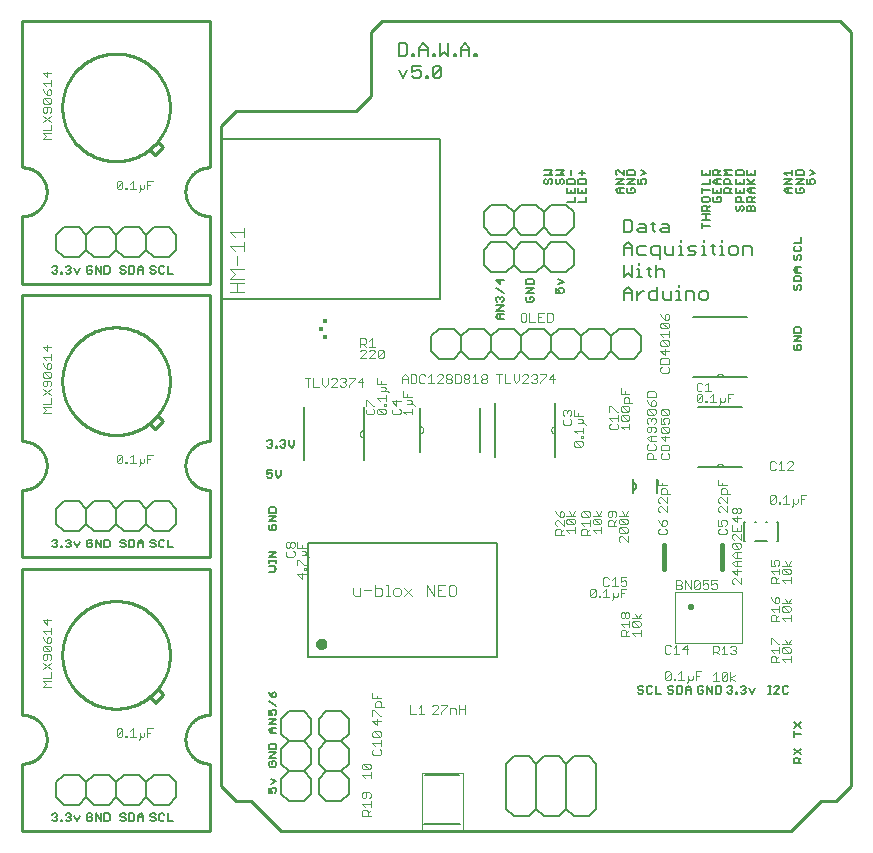
<source format=gto>
G75*
%MOIN*%
%OFA0B0*%
%FSLAX25Y25*%
%IPPOS*%
%LPD*%
%AMOC8*
5,1,8,0,0,1.08239X$1,22.5*
%
%ADD10C,0.01000*%
%ADD11C,0.00800*%
%ADD12C,0.00600*%
%ADD13C,0.00300*%
%ADD14R,0.01673X0.01280*%
%ADD15R,0.01378X0.01378*%
%ADD16C,0.01600*%
%ADD17C,0.00394*%
%ADD18C,0.00500*%
%ADD19C,0.01575*%
%ADD20C,0.00000*%
%ADD21C,0.00400*%
D10*
X0001500Y0005344D02*
X0001500Y0027844D01*
X0001698Y0027846D01*
X0001896Y0027854D01*
X0002093Y0027866D01*
X0002290Y0027883D01*
X0002487Y0027904D01*
X0002683Y0027931D01*
X0002878Y0027962D01*
X0003073Y0027998D01*
X0003267Y0028038D01*
X0003459Y0028084D01*
X0003651Y0028134D01*
X0003841Y0028188D01*
X0004030Y0028248D01*
X0004217Y0028312D01*
X0004403Y0028380D01*
X0004586Y0028453D01*
X0004769Y0028530D01*
X0004949Y0028612D01*
X0005127Y0028698D01*
X0005303Y0028789D01*
X0005477Y0028884D01*
X0005648Y0028983D01*
X0005817Y0029086D01*
X0005983Y0029193D01*
X0006147Y0029304D01*
X0006308Y0029419D01*
X0006466Y0029538D01*
X0006621Y0029661D01*
X0006773Y0029787D01*
X0006922Y0029918D01*
X0007068Y0030052D01*
X0007210Y0030189D01*
X0007349Y0030330D01*
X0007485Y0030474D01*
X0007617Y0030621D01*
X0007745Y0030772D01*
X0007870Y0030925D01*
X0007991Y0031082D01*
X0008108Y0031241D01*
X0008221Y0031404D01*
X0008330Y0031569D01*
X0008435Y0031736D01*
X0008536Y0031907D01*
X0008633Y0032079D01*
X0008726Y0032254D01*
X0008814Y0032431D01*
X0008898Y0032610D01*
X0008978Y0032791D01*
X0009053Y0032974D01*
X0009124Y0033159D01*
X0009190Y0033346D01*
X0009251Y0033534D01*
X0009308Y0033723D01*
X0009361Y0033914D01*
X0009409Y0034106D01*
X0009452Y0034299D01*
X0009490Y0034493D01*
X0009523Y0034688D01*
X0009552Y0034884D01*
X0009576Y0035080D01*
X0009596Y0035277D01*
X0009610Y0035475D01*
X0009620Y0035672D01*
X0009624Y0035870D01*
X0009624Y0036068D01*
X0009620Y0036266D01*
X0009610Y0036463D01*
X0009596Y0036661D01*
X0009576Y0036858D01*
X0009552Y0037054D01*
X0009523Y0037250D01*
X0009490Y0037445D01*
X0009452Y0037639D01*
X0009409Y0037832D01*
X0009361Y0038024D01*
X0009308Y0038215D01*
X0009251Y0038404D01*
X0009190Y0038592D01*
X0009124Y0038779D01*
X0009053Y0038964D01*
X0008978Y0039147D01*
X0008898Y0039328D01*
X0008814Y0039507D01*
X0008726Y0039684D01*
X0008633Y0039859D01*
X0008536Y0040032D01*
X0008435Y0040202D01*
X0008330Y0040369D01*
X0008221Y0040534D01*
X0008108Y0040697D01*
X0007991Y0040856D01*
X0007870Y0041013D01*
X0007745Y0041166D01*
X0007617Y0041317D01*
X0007485Y0041464D01*
X0007349Y0041608D01*
X0007210Y0041749D01*
X0007068Y0041886D01*
X0006922Y0042020D01*
X0006773Y0042151D01*
X0006621Y0042277D01*
X0006466Y0042400D01*
X0006308Y0042519D01*
X0006147Y0042634D01*
X0005983Y0042745D01*
X0005817Y0042852D01*
X0005648Y0042955D01*
X0005477Y0043054D01*
X0005303Y0043149D01*
X0005127Y0043240D01*
X0004949Y0043326D01*
X0004769Y0043408D01*
X0004586Y0043485D01*
X0004403Y0043558D01*
X0004217Y0043626D01*
X0004030Y0043690D01*
X0003841Y0043750D01*
X0003651Y0043804D01*
X0003459Y0043854D01*
X0003267Y0043900D01*
X0003073Y0043940D01*
X0002878Y0043976D01*
X0002683Y0044007D01*
X0002487Y0044034D01*
X0002290Y0044055D01*
X0002093Y0044072D01*
X0001896Y0044084D01*
X0001698Y0044092D01*
X0001500Y0044094D01*
X0001500Y0092844D01*
X0064000Y0092844D01*
X0064000Y0044094D01*
X0063802Y0044092D01*
X0063604Y0044084D01*
X0063407Y0044072D01*
X0063210Y0044055D01*
X0063013Y0044034D01*
X0062817Y0044007D01*
X0062622Y0043976D01*
X0062427Y0043940D01*
X0062233Y0043900D01*
X0062041Y0043854D01*
X0061849Y0043804D01*
X0061659Y0043750D01*
X0061470Y0043690D01*
X0061283Y0043626D01*
X0061097Y0043558D01*
X0060914Y0043485D01*
X0060731Y0043408D01*
X0060551Y0043326D01*
X0060373Y0043240D01*
X0060197Y0043149D01*
X0060023Y0043054D01*
X0059852Y0042955D01*
X0059683Y0042852D01*
X0059517Y0042745D01*
X0059353Y0042634D01*
X0059192Y0042519D01*
X0059034Y0042400D01*
X0058879Y0042277D01*
X0058727Y0042151D01*
X0058578Y0042020D01*
X0058432Y0041886D01*
X0058290Y0041749D01*
X0058151Y0041608D01*
X0058015Y0041464D01*
X0057883Y0041317D01*
X0057755Y0041166D01*
X0057630Y0041013D01*
X0057509Y0040856D01*
X0057392Y0040697D01*
X0057279Y0040534D01*
X0057170Y0040369D01*
X0057065Y0040202D01*
X0056964Y0040031D01*
X0056867Y0039859D01*
X0056774Y0039684D01*
X0056686Y0039507D01*
X0056602Y0039328D01*
X0056522Y0039147D01*
X0056447Y0038964D01*
X0056376Y0038779D01*
X0056310Y0038592D01*
X0056249Y0038404D01*
X0056192Y0038215D01*
X0056139Y0038024D01*
X0056091Y0037832D01*
X0056048Y0037639D01*
X0056010Y0037445D01*
X0055977Y0037250D01*
X0055948Y0037054D01*
X0055924Y0036858D01*
X0055904Y0036661D01*
X0055890Y0036463D01*
X0055880Y0036266D01*
X0055876Y0036068D01*
X0055876Y0035870D01*
X0055880Y0035672D01*
X0055890Y0035475D01*
X0055904Y0035277D01*
X0055924Y0035080D01*
X0055948Y0034884D01*
X0055977Y0034688D01*
X0056010Y0034493D01*
X0056048Y0034299D01*
X0056091Y0034106D01*
X0056139Y0033914D01*
X0056192Y0033723D01*
X0056249Y0033534D01*
X0056310Y0033346D01*
X0056376Y0033159D01*
X0056447Y0032974D01*
X0056522Y0032791D01*
X0056602Y0032610D01*
X0056686Y0032431D01*
X0056774Y0032254D01*
X0056867Y0032079D01*
X0056964Y0031906D01*
X0057065Y0031736D01*
X0057170Y0031569D01*
X0057279Y0031404D01*
X0057392Y0031241D01*
X0057509Y0031082D01*
X0057630Y0030925D01*
X0057755Y0030772D01*
X0057883Y0030621D01*
X0058015Y0030474D01*
X0058151Y0030330D01*
X0058290Y0030189D01*
X0058432Y0030052D01*
X0058578Y0029918D01*
X0058727Y0029787D01*
X0058879Y0029661D01*
X0059034Y0029538D01*
X0059192Y0029419D01*
X0059353Y0029304D01*
X0059517Y0029193D01*
X0059683Y0029086D01*
X0059852Y0028983D01*
X0060023Y0028884D01*
X0060197Y0028789D01*
X0060373Y0028698D01*
X0060551Y0028612D01*
X0060731Y0028530D01*
X0060914Y0028453D01*
X0061097Y0028380D01*
X0061283Y0028312D01*
X0061470Y0028248D01*
X0061659Y0028188D01*
X0061849Y0028134D01*
X0062041Y0028084D01*
X0062233Y0028038D01*
X0062427Y0027998D01*
X0062622Y0027962D01*
X0062817Y0027931D01*
X0063013Y0027904D01*
X0063210Y0027883D01*
X0063407Y0027866D01*
X0063604Y0027854D01*
X0063802Y0027846D01*
X0064000Y0027844D01*
X0064000Y0005344D01*
X0001500Y0005344D01*
X0045637Y0048309D02*
X0043966Y0049979D01*
X0045776Y0048170D02*
X0048420Y0050814D01*
X0048281Y0050954D02*
X0046611Y0052623D01*
X0014820Y0064094D02*
X0014825Y0064534D01*
X0014842Y0064974D01*
X0014869Y0065413D01*
X0014906Y0065851D01*
X0014955Y0066289D01*
X0015014Y0066725D01*
X0015084Y0067159D01*
X0015165Y0067592D01*
X0015256Y0068022D01*
X0015357Y0068451D01*
X0015469Y0068876D01*
X0015592Y0069299D01*
X0015725Y0069718D01*
X0015868Y0070134D01*
X0016021Y0070547D01*
X0016185Y0070956D01*
X0016358Y0071360D01*
X0016541Y0071760D01*
X0016734Y0072156D01*
X0016937Y0072546D01*
X0017149Y0072932D01*
X0017371Y0073312D01*
X0017602Y0073687D01*
X0017842Y0074055D01*
X0018091Y0074418D01*
X0018348Y0074775D01*
X0018615Y0075125D01*
X0018890Y0075469D01*
X0019173Y0075805D01*
X0019465Y0076135D01*
X0019764Y0076457D01*
X0020072Y0076772D01*
X0020387Y0077080D01*
X0020709Y0077379D01*
X0021039Y0077671D01*
X0021375Y0077954D01*
X0021719Y0078229D01*
X0022069Y0078496D01*
X0022426Y0078753D01*
X0022789Y0079002D01*
X0023157Y0079242D01*
X0023532Y0079473D01*
X0023912Y0079695D01*
X0024298Y0079907D01*
X0024688Y0080110D01*
X0025084Y0080303D01*
X0025484Y0080486D01*
X0025888Y0080659D01*
X0026297Y0080823D01*
X0026710Y0080976D01*
X0027126Y0081119D01*
X0027545Y0081252D01*
X0027968Y0081375D01*
X0028393Y0081487D01*
X0028822Y0081588D01*
X0029252Y0081679D01*
X0029685Y0081760D01*
X0030119Y0081830D01*
X0030555Y0081889D01*
X0030993Y0081938D01*
X0031431Y0081975D01*
X0031870Y0082002D01*
X0032310Y0082019D01*
X0032750Y0082024D01*
X0033190Y0082019D01*
X0033630Y0082002D01*
X0034069Y0081975D01*
X0034507Y0081938D01*
X0034945Y0081889D01*
X0035381Y0081830D01*
X0035815Y0081760D01*
X0036248Y0081679D01*
X0036678Y0081588D01*
X0037107Y0081487D01*
X0037532Y0081375D01*
X0037955Y0081252D01*
X0038374Y0081119D01*
X0038790Y0080976D01*
X0039203Y0080823D01*
X0039612Y0080659D01*
X0040016Y0080486D01*
X0040416Y0080303D01*
X0040812Y0080110D01*
X0041202Y0079907D01*
X0041588Y0079695D01*
X0041968Y0079473D01*
X0042343Y0079242D01*
X0042711Y0079002D01*
X0043074Y0078753D01*
X0043431Y0078496D01*
X0043781Y0078229D01*
X0044125Y0077954D01*
X0044461Y0077671D01*
X0044791Y0077379D01*
X0045113Y0077080D01*
X0045428Y0076772D01*
X0045736Y0076457D01*
X0046035Y0076135D01*
X0046327Y0075805D01*
X0046610Y0075469D01*
X0046885Y0075125D01*
X0047152Y0074775D01*
X0047409Y0074418D01*
X0047658Y0074055D01*
X0047898Y0073687D01*
X0048129Y0073312D01*
X0048351Y0072932D01*
X0048563Y0072546D01*
X0048766Y0072156D01*
X0048959Y0071760D01*
X0049142Y0071360D01*
X0049315Y0070956D01*
X0049479Y0070547D01*
X0049632Y0070134D01*
X0049775Y0069718D01*
X0049908Y0069299D01*
X0050031Y0068876D01*
X0050143Y0068451D01*
X0050244Y0068022D01*
X0050335Y0067592D01*
X0050416Y0067159D01*
X0050486Y0066725D01*
X0050545Y0066289D01*
X0050594Y0065851D01*
X0050631Y0065413D01*
X0050658Y0064974D01*
X0050675Y0064534D01*
X0050680Y0064094D01*
X0050675Y0063654D01*
X0050658Y0063214D01*
X0050631Y0062775D01*
X0050594Y0062337D01*
X0050545Y0061899D01*
X0050486Y0061463D01*
X0050416Y0061029D01*
X0050335Y0060596D01*
X0050244Y0060166D01*
X0050143Y0059737D01*
X0050031Y0059312D01*
X0049908Y0058889D01*
X0049775Y0058470D01*
X0049632Y0058054D01*
X0049479Y0057641D01*
X0049315Y0057232D01*
X0049142Y0056828D01*
X0048959Y0056428D01*
X0048766Y0056032D01*
X0048563Y0055642D01*
X0048351Y0055256D01*
X0048129Y0054876D01*
X0047898Y0054501D01*
X0047658Y0054133D01*
X0047409Y0053770D01*
X0047152Y0053413D01*
X0046885Y0053063D01*
X0046610Y0052719D01*
X0046327Y0052383D01*
X0046035Y0052053D01*
X0045736Y0051731D01*
X0045428Y0051416D01*
X0045113Y0051108D01*
X0044791Y0050809D01*
X0044461Y0050517D01*
X0044125Y0050234D01*
X0043781Y0049959D01*
X0043431Y0049692D01*
X0043074Y0049435D01*
X0042711Y0049186D01*
X0042343Y0048946D01*
X0041968Y0048715D01*
X0041588Y0048493D01*
X0041202Y0048281D01*
X0040812Y0048078D01*
X0040416Y0047885D01*
X0040016Y0047702D01*
X0039612Y0047529D01*
X0039203Y0047365D01*
X0038790Y0047212D01*
X0038374Y0047069D01*
X0037955Y0046936D01*
X0037532Y0046813D01*
X0037107Y0046701D01*
X0036678Y0046600D01*
X0036248Y0046509D01*
X0035815Y0046428D01*
X0035381Y0046358D01*
X0034945Y0046299D01*
X0034507Y0046250D01*
X0034069Y0046213D01*
X0033630Y0046186D01*
X0033190Y0046169D01*
X0032750Y0046164D01*
X0032310Y0046169D01*
X0031870Y0046186D01*
X0031431Y0046213D01*
X0030993Y0046250D01*
X0030555Y0046299D01*
X0030119Y0046358D01*
X0029685Y0046428D01*
X0029252Y0046509D01*
X0028822Y0046600D01*
X0028393Y0046701D01*
X0027968Y0046813D01*
X0027545Y0046936D01*
X0027126Y0047069D01*
X0026710Y0047212D01*
X0026297Y0047365D01*
X0025888Y0047529D01*
X0025484Y0047702D01*
X0025084Y0047885D01*
X0024688Y0048078D01*
X0024298Y0048281D01*
X0023912Y0048493D01*
X0023532Y0048715D01*
X0023157Y0048946D01*
X0022789Y0049186D01*
X0022426Y0049435D01*
X0022069Y0049692D01*
X0021719Y0049959D01*
X0021375Y0050234D01*
X0021039Y0050517D01*
X0020709Y0050809D01*
X0020387Y0051108D01*
X0020072Y0051416D01*
X0019764Y0051731D01*
X0019465Y0052053D01*
X0019173Y0052383D01*
X0018890Y0052719D01*
X0018615Y0053063D01*
X0018348Y0053413D01*
X0018091Y0053770D01*
X0017842Y0054133D01*
X0017602Y0054501D01*
X0017371Y0054876D01*
X0017149Y0055256D01*
X0016937Y0055642D01*
X0016734Y0056032D01*
X0016541Y0056428D01*
X0016358Y0056828D01*
X0016185Y0057232D01*
X0016021Y0057641D01*
X0015868Y0058054D01*
X0015725Y0058470D01*
X0015592Y0058889D01*
X0015469Y0059312D01*
X0015357Y0059737D01*
X0015256Y0060166D01*
X0015165Y0060596D01*
X0015084Y0061029D01*
X0015014Y0061463D01*
X0014955Y0061899D01*
X0014906Y0062337D01*
X0014869Y0062775D01*
X0014842Y0063214D01*
X0014825Y0063654D01*
X0014820Y0064094D01*
X0001500Y0096594D02*
X0064000Y0096594D01*
X0064000Y0119094D01*
X0063802Y0119096D01*
X0063604Y0119104D01*
X0063407Y0119116D01*
X0063210Y0119133D01*
X0063013Y0119154D01*
X0062817Y0119181D01*
X0062622Y0119212D01*
X0062427Y0119248D01*
X0062233Y0119288D01*
X0062041Y0119334D01*
X0061849Y0119384D01*
X0061659Y0119438D01*
X0061470Y0119498D01*
X0061283Y0119562D01*
X0061097Y0119630D01*
X0060914Y0119703D01*
X0060731Y0119780D01*
X0060551Y0119862D01*
X0060373Y0119948D01*
X0060197Y0120039D01*
X0060023Y0120134D01*
X0059852Y0120233D01*
X0059683Y0120336D01*
X0059517Y0120443D01*
X0059353Y0120554D01*
X0059192Y0120669D01*
X0059034Y0120788D01*
X0058879Y0120911D01*
X0058727Y0121037D01*
X0058578Y0121168D01*
X0058432Y0121302D01*
X0058290Y0121439D01*
X0058151Y0121580D01*
X0058015Y0121724D01*
X0057883Y0121871D01*
X0057755Y0122022D01*
X0057630Y0122175D01*
X0057509Y0122332D01*
X0057392Y0122491D01*
X0057279Y0122654D01*
X0057170Y0122819D01*
X0057065Y0122986D01*
X0056964Y0123156D01*
X0056867Y0123329D01*
X0056774Y0123504D01*
X0056686Y0123681D01*
X0056602Y0123860D01*
X0056522Y0124041D01*
X0056447Y0124224D01*
X0056376Y0124409D01*
X0056310Y0124596D01*
X0056249Y0124784D01*
X0056192Y0124973D01*
X0056139Y0125164D01*
X0056091Y0125356D01*
X0056048Y0125549D01*
X0056010Y0125743D01*
X0055977Y0125938D01*
X0055948Y0126134D01*
X0055924Y0126330D01*
X0055904Y0126527D01*
X0055890Y0126725D01*
X0055880Y0126922D01*
X0055876Y0127120D01*
X0055876Y0127318D01*
X0055880Y0127516D01*
X0055890Y0127713D01*
X0055904Y0127911D01*
X0055924Y0128108D01*
X0055948Y0128304D01*
X0055977Y0128500D01*
X0056010Y0128695D01*
X0056048Y0128889D01*
X0056091Y0129082D01*
X0056139Y0129274D01*
X0056192Y0129465D01*
X0056249Y0129654D01*
X0056310Y0129842D01*
X0056376Y0130029D01*
X0056447Y0130214D01*
X0056522Y0130397D01*
X0056602Y0130578D01*
X0056686Y0130757D01*
X0056774Y0130934D01*
X0056867Y0131109D01*
X0056964Y0131282D01*
X0057065Y0131452D01*
X0057170Y0131619D01*
X0057279Y0131784D01*
X0057392Y0131947D01*
X0057509Y0132106D01*
X0057630Y0132263D01*
X0057755Y0132416D01*
X0057883Y0132567D01*
X0058015Y0132714D01*
X0058151Y0132858D01*
X0058290Y0132999D01*
X0058432Y0133136D01*
X0058578Y0133270D01*
X0058727Y0133401D01*
X0058879Y0133527D01*
X0059034Y0133650D01*
X0059192Y0133769D01*
X0059353Y0133884D01*
X0059517Y0133995D01*
X0059683Y0134102D01*
X0059852Y0134205D01*
X0060023Y0134304D01*
X0060197Y0134399D01*
X0060373Y0134490D01*
X0060551Y0134576D01*
X0060731Y0134658D01*
X0060914Y0134735D01*
X0061097Y0134808D01*
X0061283Y0134876D01*
X0061470Y0134940D01*
X0061659Y0135000D01*
X0061849Y0135054D01*
X0062041Y0135104D01*
X0062233Y0135150D01*
X0062427Y0135190D01*
X0062622Y0135226D01*
X0062817Y0135257D01*
X0063013Y0135284D01*
X0063210Y0135305D01*
X0063407Y0135322D01*
X0063604Y0135334D01*
X0063802Y0135342D01*
X0064000Y0135344D01*
X0064000Y0184094D01*
X0001500Y0184094D01*
X0001500Y0135344D01*
X0001698Y0135342D01*
X0001896Y0135334D01*
X0002093Y0135322D01*
X0002290Y0135305D01*
X0002487Y0135284D01*
X0002683Y0135257D01*
X0002878Y0135226D01*
X0003073Y0135190D01*
X0003267Y0135150D01*
X0003459Y0135104D01*
X0003651Y0135054D01*
X0003841Y0135000D01*
X0004030Y0134940D01*
X0004217Y0134876D01*
X0004403Y0134808D01*
X0004586Y0134735D01*
X0004769Y0134658D01*
X0004949Y0134576D01*
X0005127Y0134490D01*
X0005303Y0134399D01*
X0005477Y0134304D01*
X0005648Y0134205D01*
X0005817Y0134102D01*
X0005983Y0133995D01*
X0006147Y0133884D01*
X0006308Y0133769D01*
X0006466Y0133650D01*
X0006621Y0133527D01*
X0006773Y0133401D01*
X0006922Y0133270D01*
X0007068Y0133136D01*
X0007210Y0132999D01*
X0007349Y0132858D01*
X0007485Y0132714D01*
X0007617Y0132567D01*
X0007745Y0132416D01*
X0007870Y0132263D01*
X0007991Y0132106D01*
X0008108Y0131947D01*
X0008221Y0131784D01*
X0008330Y0131619D01*
X0008435Y0131452D01*
X0008536Y0131282D01*
X0008633Y0131109D01*
X0008726Y0130934D01*
X0008814Y0130757D01*
X0008898Y0130578D01*
X0008978Y0130397D01*
X0009053Y0130214D01*
X0009124Y0130029D01*
X0009190Y0129842D01*
X0009251Y0129654D01*
X0009308Y0129465D01*
X0009361Y0129274D01*
X0009409Y0129082D01*
X0009452Y0128889D01*
X0009490Y0128695D01*
X0009523Y0128500D01*
X0009552Y0128304D01*
X0009576Y0128108D01*
X0009596Y0127911D01*
X0009610Y0127713D01*
X0009620Y0127516D01*
X0009624Y0127318D01*
X0009624Y0127120D01*
X0009620Y0126922D01*
X0009610Y0126725D01*
X0009596Y0126527D01*
X0009576Y0126330D01*
X0009552Y0126134D01*
X0009523Y0125938D01*
X0009490Y0125743D01*
X0009452Y0125549D01*
X0009409Y0125356D01*
X0009361Y0125164D01*
X0009308Y0124973D01*
X0009251Y0124784D01*
X0009190Y0124596D01*
X0009124Y0124409D01*
X0009053Y0124224D01*
X0008978Y0124041D01*
X0008898Y0123860D01*
X0008814Y0123681D01*
X0008726Y0123504D01*
X0008633Y0123329D01*
X0008536Y0123157D01*
X0008435Y0122986D01*
X0008330Y0122819D01*
X0008221Y0122654D01*
X0008108Y0122491D01*
X0007991Y0122332D01*
X0007870Y0122175D01*
X0007745Y0122022D01*
X0007617Y0121871D01*
X0007485Y0121724D01*
X0007349Y0121580D01*
X0007210Y0121439D01*
X0007068Y0121302D01*
X0006922Y0121168D01*
X0006773Y0121037D01*
X0006621Y0120911D01*
X0006466Y0120788D01*
X0006308Y0120669D01*
X0006147Y0120554D01*
X0005983Y0120443D01*
X0005817Y0120336D01*
X0005648Y0120233D01*
X0005477Y0120134D01*
X0005303Y0120039D01*
X0005127Y0119948D01*
X0004949Y0119862D01*
X0004769Y0119780D01*
X0004586Y0119703D01*
X0004403Y0119630D01*
X0004217Y0119562D01*
X0004030Y0119498D01*
X0003841Y0119438D01*
X0003651Y0119384D01*
X0003459Y0119334D01*
X0003267Y0119288D01*
X0003073Y0119248D01*
X0002878Y0119212D01*
X0002683Y0119181D01*
X0002487Y0119154D01*
X0002290Y0119133D01*
X0002093Y0119116D01*
X0001896Y0119104D01*
X0001698Y0119096D01*
X0001500Y0119094D01*
X0001500Y0096594D01*
X0045637Y0139559D02*
X0043966Y0141229D01*
X0045776Y0139420D02*
X0048420Y0142064D01*
X0048281Y0142204D02*
X0046611Y0143873D01*
X0014820Y0155344D02*
X0014825Y0155784D01*
X0014842Y0156224D01*
X0014869Y0156663D01*
X0014906Y0157101D01*
X0014955Y0157539D01*
X0015014Y0157975D01*
X0015084Y0158409D01*
X0015165Y0158842D01*
X0015256Y0159272D01*
X0015357Y0159701D01*
X0015469Y0160126D01*
X0015592Y0160549D01*
X0015725Y0160968D01*
X0015868Y0161384D01*
X0016021Y0161797D01*
X0016185Y0162206D01*
X0016358Y0162610D01*
X0016541Y0163010D01*
X0016734Y0163406D01*
X0016937Y0163796D01*
X0017149Y0164182D01*
X0017371Y0164562D01*
X0017602Y0164937D01*
X0017842Y0165305D01*
X0018091Y0165668D01*
X0018348Y0166025D01*
X0018615Y0166375D01*
X0018890Y0166719D01*
X0019173Y0167055D01*
X0019465Y0167385D01*
X0019764Y0167707D01*
X0020072Y0168022D01*
X0020387Y0168330D01*
X0020709Y0168629D01*
X0021039Y0168921D01*
X0021375Y0169204D01*
X0021719Y0169479D01*
X0022069Y0169746D01*
X0022426Y0170003D01*
X0022789Y0170252D01*
X0023157Y0170492D01*
X0023532Y0170723D01*
X0023912Y0170945D01*
X0024298Y0171157D01*
X0024688Y0171360D01*
X0025084Y0171553D01*
X0025484Y0171736D01*
X0025888Y0171909D01*
X0026297Y0172073D01*
X0026710Y0172226D01*
X0027126Y0172369D01*
X0027545Y0172502D01*
X0027968Y0172625D01*
X0028393Y0172737D01*
X0028822Y0172838D01*
X0029252Y0172929D01*
X0029685Y0173010D01*
X0030119Y0173080D01*
X0030555Y0173139D01*
X0030993Y0173188D01*
X0031431Y0173225D01*
X0031870Y0173252D01*
X0032310Y0173269D01*
X0032750Y0173274D01*
X0033190Y0173269D01*
X0033630Y0173252D01*
X0034069Y0173225D01*
X0034507Y0173188D01*
X0034945Y0173139D01*
X0035381Y0173080D01*
X0035815Y0173010D01*
X0036248Y0172929D01*
X0036678Y0172838D01*
X0037107Y0172737D01*
X0037532Y0172625D01*
X0037955Y0172502D01*
X0038374Y0172369D01*
X0038790Y0172226D01*
X0039203Y0172073D01*
X0039612Y0171909D01*
X0040016Y0171736D01*
X0040416Y0171553D01*
X0040812Y0171360D01*
X0041202Y0171157D01*
X0041588Y0170945D01*
X0041968Y0170723D01*
X0042343Y0170492D01*
X0042711Y0170252D01*
X0043074Y0170003D01*
X0043431Y0169746D01*
X0043781Y0169479D01*
X0044125Y0169204D01*
X0044461Y0168921D01*
X0044791Y0168629D01*
X0045113Y0168330D01*
X0045428Y0168022D01*
X0045736Y0167707D01*
X0046035Y0167385D01*
X0046327Y0167055D01*
X0046610Y0166719D01*
X0046885Y0166375D01*
X0047152Y0166025D01*
X0047409Y0165668D01*
X0047658Y0165305D01*
X0047898Y0164937D01*
X0048129Y0164562D01*
X0048351Y0164182D01*
X0048563Y0163796D01*
X0048766Y0163406D01*
X0048959Y0163010D01*
X0049142Y0162610D01*
X0049315Y0162206D01*
X0049479Y0161797D01*
X0049632Y0161384D01*
X0049775Y0160968D01*
X0049908Y0160549D01*
X0050031Y0160126D01*
X0050143Y0159701D01*
X0050244Y0159272D01*
X0050335Y0158842D01*
X0050416Y0158409D01*
X0050486Y0157975D01*
X0050545Y0157539D01*
X0050594Y0157101D01*
X0050631Y0156663D01*
X0050658Y0156224D01*
X0050675Y0155784D01*
X0050680Y0155344D01*
X0050675Y0154904D01*
X0050658Y0154464D01*
X0050631Y0154025D01*
X0050594Y0153587D01*
X0050545Y0153149D01*
X0050486Y0152713D01*
X0050416Y0152279D01*
X0050335Y0151846D01*
X0050244Y0151416D01*
X0050143Y0150987D01*
X0050031Y0150562D01*
X0049908Y0150139D01*
X0049775Y0149720D01*
X0049632Y0149304D01*
X0049479Y0148891D01*
X0049315Y0148482D01*
X0049142Y0148078D01*
X0048959Y0147678D01*
X0048766Y0147282D01*
X0048563Y0146892D01*
X0048351Y0146506D01*
X0048129Y0146126D01*
X0047898Y0145751D01*
X0047658Y0145383D01*
X0047409Y0145020D01*
X0047152Y0144663D01*
X0046885Y0144313D01*
X0046610Y0143969D01*
X0046327Y0143633D01*
X0046035Y0143303D01*
X0045736Y0142981D01*
X0045428Y0142666D01*
X0045113Y0142358D01*
X0044791Y0142059D01*
X0044461Y0141767D01*
X0044125Y0141484D01*
X0043781Y0141209D01*
X0043431Y0140942D01*
X0043074Y0140685D01*
X0042711Y0140436D01*
X0042343Y0140196D01*
X0041968Y0139965D01*
X0041588Y0139743D01*
X0041202Y0139531D01*
X0040812Y0139328D01*
X0040416Y0139135D01*
X0040016Y0138952D01*
X0039612Y0138779D01*
X0039203Y0138615D01*
X0038790Y0138462D01*
X0038374Y0138319D01*
X0037955Y0138186D01*
X0037532Y0138063D01*
X0037107Y0137951D01*
X0036678Y0137850D01*
X0036248Y0137759D01*
X0035815Y0137678D01*
X0035381Y0137608D01*
X0034945Y0137549D01*
X0034507Y0137500D01*
X0034069Y0137463D01*
X0033630Y0137436D01*
X0033190Y0137419D01*
X0032750Y0137414D01*
X0032310Y0137419D01*
X0031870Y0137436D01*
X0031431Y0137463D01*
X0030993Y0137500D01*
X0030555Y0137549D01*
X0030119Y0137608D01*
X0029685Y0137678D01*
X0029252Y0137759D01*
X0028822Y0137850D01*
X0028393Y0137951D01*
X0027968Y0138063D01*
X0027545Y0138186D01*
X0027126Y0138319D01*
X0026710Y0138462D01*
X0026297Y0138615D01*
X0025888Y0138779D01*
X0025484Y0138952D01*
X0025084Y0139135D01*
X0024688Y0139328D01*
X0024298Y0139531D01*
X0023912Y0139743D01*
X0023532Y0139965D01*
X0023157Y0140196D01*
X0022789Y0140436D01*
X0022426Y0140685D01*
X0022069Y0140942D01*
X0021719Y0141209D01*
X0021375Y0141484D01*
X0021039Y0141767D01*
X0020709Y0142059D01*
X0020387Y0142358D01*
X0020072Y0142666D01*
X0019764Y0142981D01*
X0019465Y0143303D01*
X0019173Y0143633D01*
X0018890Y0143969D01*
X0018615Y0144313D01*
X0018348Y0144663D01*
X0018091Y0145020D01*
X0017842Y0145383D01*
X0017602Y0145751D01*
X0017371Y0146126D01*
X0017149Y0146506D01*
X0016937Y0146892D01*
X0016734Y0147282D01*
X0016541Y0147678D01*
X0016358Y0148078D01*
X0016185Y0148482D01*
X0016021Y0148891D01*
X0015868Y0149304D01*
X0015725Y0149720D01*
X0015592Y0150139D01*
X0015469Y0150562D01*
X0015357Y0150987D01*
X0015256Y0151416D01*
X0015165Y0151846D01*
X0015084Y0152279D01*
X0015014Y0152713D01*
X0014955Y0153149D01*
X0014906Y0153587D01*
X0014869Y0154025D01*
X0014842Y0154464D01*
X0014825Y0154904D01*
X0014820Y0155344D01*
X0001500Y0187844D02*
X0064000Y0187844D01*
X0064000Y0210344D01*
X0063802Y0210346D01*
X0063604Y0210354D01*
X0063407Y0210366D01*
X0063210Y0210383D01*
X0063013Y0210404D01*
X0062817Y0210431D01*
X0062622Y0210462D01*
X0062427Y0210498D01*
X0062233Y0210538D01*
X0062041Y0210584D01*
X0061849Y0210634D01*
X0061659Y0210688D01*
X0061470Y0210748D01*
X0061283Y0210812D01*
X0061097Y0210880D01*
X0060914Y0210953D01*
X0060731Y0211030D01*
X0060551Y0211112D01*
X0060373Y0211198D01*
X0060197Y0211289D01*
X0060023Y0211384D01*
X0059852Y0211483D01*
X0059683Y0211586D01*
X0059517Y0211693D01*
X0059353Y0211804D01*
X0059192Y0211919D01*
X0059034Y0212038D01*
X0058879Y0212161D01*
X0058727Y0212287D01*
X0058578Y0212418D01*
X0058432Y0212552D01*
X0058290Y0212689D01*
X0058151Y0212830D01*
X0058015Y0212974D01*
X0057883Y0213121D01*
X0057755Y0213272D01*
X0057630Y0213425D01*
X0057509Y0213582D01*
X0057392Y0213741D01*
X0057279Y0213904D01*
X0057170Y0214069D01*
X0057065Y0214236D01*
X0056964Y0214406D01*
X0056867Y0214579D01*
X0056774Y0214754D01*
X0056686Y0214931D01*
X0056602Y0215110D01*
X0056522Y0215291D01*
X0056447Y0215474D01*
X0056376Y0215659D01*
X0056310Y0215846D01*
X0056249Y0216034D01*
X0056192Y0216223D01*
X0056139Y0216414D01*
X0056091Y0216606D01*
X0056048Y0216799D01*
X0056010Y0216993D01*
X0055977Y0217188D01*
X0055948Y0217384D01*
X0055924Y0217580D01*
X0055904Y0217777D01*
X0055890Y0217975D01*
X0055880Y0218172D01*
X0055876Y0218370D01*
X0055876Y0218568D01*
X0055880Y0218766D01*
X0055890Y0218963D01*
X0055904Y0219161D01*
X0055924Y0219358D01*
X0055948Y0219554D01*
X0055977Y0219750D01*
X0056010Y0219945D01*
X0056048Y0220139D01*
X0056091Y0220332D01*
X0056139Y0220524D01*
X0056192Y0220715D01*
X0056249Y0220904D01*
X0056310Y0221092D01*
X0056376Y0221279D01*
X0056447Y0221464D01*
X0056522Y0221647D01*
X0056602Y0221828D01*
X0056686Y0222007D01*
X0056774Y0222184D01*
X0056867Y0222359D01*
X0056964Y0222532D01*
X0057065Y0222702D01*
X0057170Y0222869D01*
X0057279Y0223034D01*
X0057392Y0223197D01*
X0057509Y0223356D01*
X0057630Y0223513D01*
X0057755Y0223666D01*
X0057883Y0223817D01*
X0058015Y0223964D01*
X0058151Y0224108D01*
X0058290Y0224249D01*
X0058432Y0224386D01*
X0058578Y0224520D01*
X0058727Y0224651D01*
X0058879Y0224777D01*
X0059034Y0224900D01*
X0059192Y0225019D01*
X0059353Y0225134D01*
X0059517Y0225245D01*
X0059683Y0225352D01*
X0059852Y0225455D01*
X0060023Y0225554D01*
X0060197Y0225649D01*
X0060373Y0225740D01*
X0060551Y0225826D01*
X0060731Y0225908D01*
X0060914Y0225985D01*
X0061097Y0226058D01*
X0061283Y0226126D01*
X0061470Y0226190D01*
X0061659Y0226250D01*
X0061849Y0226304D01*
X0062041Y0226354D01*
X0062233Y0226400D01*
X0062427Y0226440D01*
X0062622Y0226476D01*
X0062817Y0226507D01*
X0063013Y0226534D01*
X0063210Y0226555D01*
X0063407Y0226572D01*
X0063604Y0226584D01*
X0063802Y0226592D01*
X0064000Y0226594D01*
X0064000Y0275344D01*
X0001500Y0275344D01*
X0001500Y0226594D01*
X0001698Y0226592D01*
X0001896Y0226584D01*
X0002093Y0226572D01*
X0002290Y0226555D01*
X0002487Y0226534D01*
X0002683Y0226507D01*
X0002878Y0226476D01*
X0003073Y0226440D01*
X0003267Y0226400D01*
X0003459Y0226354D01*
X0003651Y0226304D01*
X0003841Y0226250D01*
X0004030Y0226190D01*
X0004217Y0226126D01*
X0004403Y0226058D01*
X0004586Y0225985D01*
X0004769Y0225908D01*
X0004949Y0225826D01*
X0005127Y0225740D01*
X0005303Y0225649D01*
X0005477Y0225554D01*
X0005648Y0225455D01*
X0005817Y0225352D01*
X0005983Y0225245D01*
X0006147Y0225134D01*
X0006308Y0225019D01*
X0006466Y0224900D01*
X0006621Y0224777D01*
X0006773Y0224651D01*
X0006922Y0224520D01*
X0007068Y0224386D01*
X0007210Y0224249D01*
X0007349Y0224108D01*
X0007485Y0223964D01*
X0007617Y0223817D01*
X0007745Y0223666D01*
X0007870Y0223513D01*
X0007991Y0223356D01*
X0008108Y0223197D01*
X0008221Y0223034D01*
X0008330Y0222869D01*
X0008435Y0222702D01*
X0008536Y0222532D01*
X0008633Y0222359D01*
X0008726Y0222184D01*
X0008814Y0222007D01*
X0008898Y0221828D01*
X0008978Y0221647D01*
X0009053Y0221464D01*
X0009124Y0221279D01*
X0009190Y0221092D01*
X0009251Y0220904D01*
X0009308Y0220715D01*
X0009361Y0220524D01*
X0009409Y0220332D01*
X0009452Y0220139D01*
X0009490Y0219945D01*
X0009523Y0219750D01*
X0009552Y0219554D01*
X0009576Y0219358D01*
X0009596Y0219161D01*
X0009610Y0218963D01*
X0009620Y0218766D01*
X0009624Y0218568D01*
X0009624Y0218370D01*
X0009620Y0218172D01*
X0009610Y0217975D01*
X0009596Y0217777D01*
X0009576Y0217580D01*
X0009552Y0217384D01*
X0009523Y0217188D01*
X0009490Y0216993D01*
X0009452Y0216799D01*
X0009409Y0216606D01*
X0009361Y0216414D01*
X0009308Y0216223D01*
X0009251Y0216034D01*
X0009190Y0215846D01*
X0009124Y0215659D01*
X0009053Y0215474D01*
X0008978Y0215291D01*
X0008898Y0215110D01*
X0008814Y0214931D01*
X0008726Y0214754D01*
X0008633Y0214579D01*
X0008536Y0214407D01*
X0008435Y0214236D01*
X0008330Y0214069D01*
X0008221Y0213904D01*
X0008108Y0213741D01*
X0007991Y0213582D01*
X0007870Y0213425D01*
X0007745Y0213272D01*
X0007617Y0213121D01*
X0007485Y0212974D01*
X0007349Y0212830D01*
X0007210Y0212689D01*
X0007068Y0212552D01*
X0006922Y0212418D01*
X0006773Y0212287D01*
X0006621Y0212161D01*
X0006466Y0212038D01*
X0006308Y0211919D01*
X0006147Y0211804D01*
X0005983Y0211693D01*
X0005817Y0211586D01*
X0005648Y0211483D01*
X0005477Y0211384D01*
X0005303Y0211289D01*
X0005127Y0211198D01*
X0004949Y0211112D01*
X0004769Y0211030D01*
X0004586Y0210953D01*
X0004403Y0210880D01*
X0004217Y0210812D01*
X0004030Y0210748D01*
X0003841Y0210688D01*
X0003651Y0210634D01*
X0003459Y0210584D01*
X0003267Y0210538D01*
X0003073Y0210498D01*
X0002878Y0210462D01*
X0002683Y0210431D01*
X0002487Y0210404D01*
X0002290Y0210383D01*
X0002093Y0210366D01*
X0001896Y0210354D01*
X0001698Y0210346D01*
X0001500Y0210344D01*
X0001500Y0187844D01*
X0045637Y0230809D02*
X0043966Y0232479D01*
X0045776Y0230670D02*
X0048420Y0233314D01*
X0048281Y0233454D02*
X0046611Y0235123D01*
X0014820Y0246594D02*
X0014825Y0247034D01*
X0014842Y0247474D01*
X0014869Y0247913D01*
X0014906Y0248351D01*
X0014955Y0248789D01*
X0015014Y0249225D01*
X0015084Y0249659D01*
X0015165Y0250092D01*
X0015256Y0250522D01*
X0015357Y0250951D01*
X0015469Y0251376D01*
X0015592Y0251799D01*
X0015725Y0252218D01*
X0015868Y0252634D01*
X0016021Y0253047D01*
X0016185Y0253456D01*
X0016358Y0253860D01*
X0016541Y0254260D01*
X0016734Y0254656D01*
X0016937Y0255046D01*
X0017149Y0255432D01*
X0017371Y0255812D01*
X0017602Y0256187D01*
X0017842Y0256555D01*
X0018091Y0256918D01*
X0018348Y0257275D01*
X0018615Y0257625D01*
X0018890Y0257969D01*
X0019173Y0258305D01*
X0019465Y0258635D01*
X0019764Y0258957D01*
X0020072Y0259272D01*
X0020387Y0259580D01*
X0020709Y0259879D01*
X0021039Y0260171D01*
X0021375Y0260454D01*
X0021719Y0260729D01*
X0022069Y0260996D01*
X0022426Y0261253D01*
X0022789Y0261502D01*
X0023157Y0261742D01*
X0023532Y0261973D01*
X0023912Y0262195D01*
X0024298Y0262407D01*
X0024688Y0262610D01*
X0025084Y0262803D01*
X0025484Y0262986D01*
X0025888Y0263159D01*
X0026297Y0263323D01*
X0026710Y0263476D01*
X0027126Y0263619D01*
X0027545Y0263752D01*
X0027968Y0263875D01*
X0028393Y0263987D01*
X0028822Y0264088D01*
X0029252Y0264179D01*
X0029685Y0264260D01*
X0030119Y0264330D01*
X0030555Y0264389D01*
X0030993Y0264438D01*
X0031431Y0264475D01*
X0031870Y0264502D01*
X0032310Y0264519D01*
X0032750Y0264524D01*
X0033190Y0264519D01*
X0033630Y0264502D01*
X0034069Y0264475D01*
X0034507Y0264438D01*
X0034945Y0264389D01*
X0035381Y0264330D01*
X0035815Y0264260D01*
X0036248Y0264179D01*
X0036678Y0264088D01*
X0037107Y0263987D01*
X0037532Y0263875D01*
X0037955Y0263752D01*
X0038374Y0263619D01*
X0038790Y0263476D01*
X0039203Y0263323D01*
X0039612Y0263159D01*
X0040016Y0262986D01*
X0040416Y0262803D01*
X0040812Y0262610D01*
X0041202Y0262407D01*
X0041588Y0262195D01*
X0041968Y0261973D01*
X0042343Y0261742D01*
X0042711Y0261502D01*
X0043074Y0261253D01*
X0043431Y0260996D01*
X0043781Y0260729D01*
X0044125Y0260454D01*
X0044461Y0260171D01*
X0044791Y0259879D01*
X0045113Y0259580D01*
X0045428Y0259272D01*
X0045736Y0258957D01*
X0046035Y0258635D01*
X0046327Y0258305D01*
X0046610Y0257969D01*
X0046885Y0257625D01*
X0047152Y0257275D01*
X0047409Y0256918D01*
X0047658Y0256555D01*
X0047898Y0256187D01*
X0048129Y0255812D01*
X0048351Y0255432D01*
X0048563Y0255046D01*
X0048766Y0254656D01*
X0048959Y0254260D01*
X0049142Y0253860D01*
X0049315Y0253456D01*
X0049479Y0253047D01*
X0049632Y0252634D01*
X0049775Y0252218D01*
X0049908Y0251799D01*
X0050031Y0251376D01*
X0050143Y0250951D01*
X0050244Y0250522D01*
X0050335Y0250092D01*
X0050416Y0249659D01*
X0050486Y0249225D01*
X0050545Y0248789D01*
X0050594Y0248351D01*
X0050631Y0247913D01*
X0050658Y0247474D01*
X0050675Y0247034D01*
X0050680Y0246594D01*
X0050675Y0246154D01*
X0050658Y0245714D01*
X0050631Y0245275D01*
X0050594Y0244837D01*
X0050545Y0244399D01*
X0050486Y0243963D01*
X0050416Y0243529D01*
X0050335Y0243096D01*
X0050244Y0242666D01*
X0050143Y0242237D01*
X0050031Y0241812D01*
X0049908Y0241389D01*
X0049775Y0240970D01*
X0049632Y0240554D01*
X0049479Y0240141D01*
X0049315Y0239732D01*
X0049142Y0239328D01*
X0048959Y0238928D01*
X0048766Y0238532D01*
X0048563Y0238142D01*
X0048351Y0237756D01*
X0048129Y0237376D01*
X0047898Y0237001D01*
X0047658Y0236633D01*
X0047409Y0236270D01*
X0047152Y0235913D01*
X0046885Y0235563D01*
X0046610Y0235219D01*
X0046327Y0234883D01*
X0046035Y0234553D01*
X0045736Y0234231D01*
X0045428Y0233916D01*
X0045113Y0233608D01*
X0044791Y0233309D01*
X0044461Y0233017D01*
X0044125Y0232734D01*
X0043781Y0232459D01*
X0043431Y0232192D01*
X0043074Y0231935D01*
X0042711Y0231686D01*
X0042343Y0231446D01*
X0041968Y0231215D01*
X0041588Y0230993D01*
X0041202Y0230781D01*
X0040812Y0230578D01*
X0040416Y0230385D01*
X0040016Y0230202D01*
X0039612Y0230029D01*
X0039203Y0229865D01*
X0038790Y0229712D01*
X0038374Y0229569D01*
X0037955Y0229436D01*
X0037532Y0229313D01*
X0037107Y0229201D01*
X0036678Y0229100D01*
X0036248Y0229009D01*
X0035815Y0228928D01*
X0035381Y0228858D01*
X0034945Y0228799D01*
X0034507Y0228750D01*
X0034069Y0228713D01*
X0033630Y0228686D01*
X0033190Y0228669D01*
X0032750Y0228664D01*
X0032310Y0228669D01*
X0031870Y0228686D01*
X0031431Y0228713D01*
X0030993Y0228750D01*
X0030555Y0228799D01*
X0030119Y0228858D01*
X0029685Y0228928D01*
X0029252Y0229009D01*
X0028822Y0229100D01*
X0028393Y0229201D01*
X0027968Y0229313D01*
X0027545Y0229436D01*
X0027126Y0229569D01*
X0026710Y0229712D01*
X0026297Y0229865D01*
X0025888Y0230029D01*
X0025484Y0230202D01*
X0025084Y0230385D01*
X0024688Y0230578D01*
X0024298Y0230781D01*
X0023912Y0230993D01*
X0023532Y0231215D01*
X0023157Y0231446D01*
X0022789Y0231686D01*
X0022426Y0231935D01*
X0022069Y0232192D01*
X0021719Y0232459D01*
X0021375Y0232734D01*
X0021039Y0233017D01*
X0020709Y0233309D01*
X0020387Y0233608D01*
X0020072Y0233916D01*
X0019764Y0234231D01*
X0019465Y0234553D01*
X0019173Y0234883D01*
X0018890Y0235219D01*
X0018615Y0235563D01*
X0018348Y0235913D01*
X0018091Y0236270D01*
X0017842Y0236633D01*
X0017602Y0237001D01*
X0017371Y0237376D01*
X0017149Y0237756D01*
X0016937Y0238142D01*
X0016734Y0238532D01*
X0016541Y0238928D01*
X0016358Y0239328D01*
X0016185Y0239732D01*
X0016021Y0240141D01*
X0015868Y0240554D01*
X0015725Y0240970D01*
X0015592Y0241389D01*
X0015469Y0241812D01*
X0015357Y0242237D01*
X0015256Y0242666D01*
X0015165Y0243096D01*
X0015084Y0243529D01*
X0015014Y0243963D01*
X0014955Y0244399D01*
X0014906Y0244837D01*
X0014869Y0245275D01*
X0014842Y0245714D01*
X0014825Y0246154D01*
X0014820Y0246594D01*
X0067750Y0240344D02*
X0072750Y0245344D01*
X0112750Y0245344D01*
X0117750Y0250344D01*
X0117750Y0271594D01*
X0121500Y0275344D01*
X0274000Y0275344D01*
X0277750Y0271594D01*
X0277750Y0020344D01*
X0272750Y0015344D01*
X0267750Y0015344D01*
X0257750Y0005344D01*
X0087750Y0005344D01*
X0077750Y0015344D01*
X0072750Y0015344D01*
X0067750Y0020344D01*
X0067750Y0240344D01*
D11*
X0126900Y0259047D02*
X0128301Y0256244D01*
X0129702Y0259047D01*
X0131504Y0258346D02*
X0131504Y0260448D01*
X0134306Y0260448D01*
X0133606Y0259047D02*
X0134306Y0258346D01*
X0134306Y0256945D01*
X0133606Y0256244D01*
X0132205Y0256244D01*
X0131504Y0256945D01*
X0131504Y0258346D02*
X0132905Y0259047D01*
X0133606Y0259047D01*
X0136108Y0256945D02*
X0136808Y0256945D01*
X0136808Y0256244D01*
X0136108Y0256244D01*
X0136108Y0256945D01*
X0138410Y0256945D02*
X0138410Y0259747D01*
X0139110Y0260448D01*
X0140512Y0260448D01*
X0141212Y0259747D01*
X0138410Y0256945D01*
X0139110Y0256244D01*
X0140512Y0256244D01*
X0141212Y0256945D01*
X0141212Y0259747D01*
X0140712Y0263744D02*
X0142113Y0265146D01*
X0143514Y0263744D01*
X0143514Y0267948D01*
X0140712Y0267948D02*
X0140712Y0263744D01*
X0139110Y0263744D02*
X0138410Y0263744D01*
X0138410Y0264445D01*
X0139110Y0264445D01*
X0139110Y0263744D01*
X0136608Y0263744D02*
X0136608Y0266547D01*
X0135207Y0267948D01*
X0133806Y0266547D01*
X0133806Y0263744D01*
X0132205Y0263744D02*
X0131504Y0263744D01*
X0131504Y0264445D01*
X0132205Y0264445D01*
X0132205Y0263744D01*
X0129702Y0264445D02*
X0129702Y0267247D01*
X0129002Y0267948D01*
X0126900Y0267948D01*
X0126900Y0263744D01*
X0129002Y0263744D01*
X0129702Y0264445D01*
X0133806Y0265846D02*
X0136608Y0265846D01*
X0145316Y0264445D02*
X0146016Y0264445D01*
X0146016Y0263744D01*
X0145316Y0263744D01*
X0145316Y0264445D01*
X0147618Y0263744D02*
X0147618Y0266547D01*
X0149019Y0267948D01*
X0150420Y0266547D01*
X0150420Y0263744D01*
X0152222Y0263744D02*
X0152922Y0263744D01*
X0152922Y0264445D01*
X0152222Y0264445D01*
X0152222Y0263744D01*
X0150420Y0265846D02*
X0147618Y0265846D01*
X0201900Y0209198D02*
X0204002Y0209198D01*
X0204702Y0208497D01*
X0204702Y0205695D01*
X0204002Y0204994D01*
X0201900Y0204994D01*
X0201900Y0209198D01*
X0206504Y0205695D02*
X0207205Y0206396D01*
X0209306Y0206396D01*
X0209306Y0207096D02*
X0209306Y0204994D01*
X0207205Y0204994D01*
X0206504Y0205695D01*
X0207205Y0207797D02*
X0208606Y0207797D01*
X0209306Y0207096D01*
X0211108Y0207797D02*
X0212509Y0207797D01*
X0211808Y0208497D02*
X0211808Y0205695D01*
X0212509Y0204994D01*
X0214177Y0205695D02*
X0214878Y0206396D01*
X0216980Y0206396D01*
X0216980Y0207096D02*
X0216980Y0204994D01*
X0214878Y0204994D01*
X0214177Y0205695D01*
X0214878Y0207797D02*
X0216279Y0207797D01*
X0216980Y0207096D01*
X0221016Y0202399D02*
X0221016Y0201698D01*
X0221016Y0200297D02*
X0221016Y0197494D01*
X0220316Y0197494D02*
X0221717Y0197494D01*
X0223385Y0197494D02*
X0225487Y0197494D01*
X0226187Y0198195D01*
X0225487Y0198896D01*
X0224086Y0198896D01*
X0223385Y0199596D01*
X0224086Y0200297D01*
X0226187Y0200297D01*
X0227989Y0200297D02*
X0228689Y0200297D01*
X0228689Y0197494D01*
X0227989Y0197494D02*
X0229390Y0197494D01*
X0231759Y0198195D02*
X0232459Y0197494D01*
X0231759Y0198195D02*
X0231759Y0200997D01*
X0232459Y0200297D02*
X0231058Y0200297D01*
X0228689Y0201698D02*
X0228689Y0202399D01*
X0234127Y0200297D02*
X0234828Y0200297D01*
X0234828Y0197494D01*
X0234127Y0197494D02*
X0235529Y0197494D01*
X0237197Y0198195D02*
X0237897Y0197494D01*
X0239299Y0197494D01*
X0239999Y0198195D01*
X0239999Y0199596D01*
X0239299Y0200297D01*
X0237897Y0200297D01*
X0237197Y0199596D01*
X0237197Y0198195D01*
X0234828Y0201698D02*
X0234828Y0202399D01*
X0241801Y0200297D02*
X0241801Y0197494D01*
X0244603Y0197494D02*
X0244603Y0199596D01*
X0243902Y0200297D01*
X0241801Y0200297D01*
X0229323Y0185297D02*
X0227922Y0185297D01*
X0227222Y0184596D01*
X0227222Y0183195D01*
X0227922Y0182494D01*
X0229323Y0182494D01*
X0230024Y0183195D01*
X0230024Y0184596D01*
X0229323Y0185297D01*
X0225420Y0184596D02*
X0225420Y0182494D01*
X0225420Y0184596D02*
X0224719Y0185297D01*
X0222618Y0185297D01*
X0222618Y0182494D01*
X0220950Y0182494D02*
X0219548Y0182494D01*
X0220249Y0182494D02*
X0220249Y0185297D01*
X0219548Y0185297D01*
X0220249Y0186698D02*
X0220249Y0187399D01*
X0217747Y0185297D02*
X0217747Y0182494D01*
X0215645Y0182494D01*
X0214944Y0183195D01*
X0214944Y0185297D01*
X0213143Y0185297D02*
X0211041Y0185297D01*
X0210341Y0184596D01*
X0210341Y0183195D01*
X0211041Y0182494D01*
X0213143Y0182494D01*
X0213143Y0186698D01*
X0212642Y0189994D02*
X0212642Y0194198D01*
X0213343Y0192797D02*
X0214744Y0192797D01*
X0215445Y0192096D01*
X0215445Y0189994D01*
X0212642Y0192096D02*
X0213343Y0192797D01*
X0210974Y0192797D02*
X0209573Y0192797D01*
X0210274Y0193497D02*
X0210274Y0190695D01*
X0210974Y0189994D01*
X0207905Y0189994D02*
X0206504Y0189994D01*
X0207205Y0189994D02*
X0207205Y0192797D01*
X0206504Y0192797D01*
X0207205Y0194198D02*
X0207205Y0194899D01*
X0207205Y0197494D02*
X0206504Y0198195D01*
X0206504Y0199596D01*
X0207205Y0200297D01*
X0209306Y0200297D01*
X0211108Y0199596D02*
X0211108Y0198195D01*
X0211808Y0197494D01*
X0213910Y0197494D01*
X0213910Y0196093D02*
X0213910Y0200297D01*
X0211808Y0200297D01*
X0211108Y0199596D01*
X0209306Y0197494D02*
X0207205Y0197494D01*
X0204702Y0197494D02*
X0204702Y0200297D01*
X0203301Y0201698D01*
X0201900Y0200297D01*
X0201900Y0197494D01*
X0201900Y0199596D02*
X0204702Y0199596D01*
X0204702Y0194198D02*
X0204702Y0189994D01*
X0203301Y0191396D01*
X0201900Y0189994D01*
X0201900Y0194198D01*
X0203301Y0186698D02*
X0204702Y0185297D01*
X0204702Y0182494D01*
X0206504Y0182494D02*
X0206504Y0185297D01*
X0206504Y0183896D02*
X0207905Y0185297D01*
X0208606Y0185297D01*
X0204702Y0184596D02*
X0201900Y0184596D01*
X0201900Y0185297D02*
X0203301Y0186698D01*
X0201900Y0185297D02*
X0201900Y0182494D01*
X0216412Y0197494D02*
X0218514Y0197494D01*
X0218514Y0200297D01*
X0220316Y0200297D02*
X0221016Y0200297D01*
X0215712Y0200297D02*
X0215712Y0198195D01*
X0216412Y0197494D01*
X0147209Y0024232D02*
X0135791Y0024232D01*
X0135535Y0007746D02*
X0147465Y0007746D01*
D12*
X0162750Y0012844D02*
X0162750Y0027844D01*
X0165250Y0030344D01*
X0170250Y0030344D01*
X0172750Y0027844D01*
X0172750Y0012844D01*
X0170250Y0010344D01*
X0165250Y0010344D01*
X0162750Y0012844D01*
X0172750Y0012844D02*
X0175250Y0010344D01*
X0180250Y0010344D01*
X0182750Y0012844D01*
X0182750Y0027844D01*
X0180250Y0030344D01*
X0175250Y0030344D01*
X0172750Y0027844D01*
X0182750Y0027844D02*
X0185250Y0030344D01*
X0190250Y0030344D01*
X0192750Y0027844D01*
X0192750Y0012844D01*
X0190250Y0010344D01*
X0185250Y0010344D01*
X0182750Y0012844D01*
X0207144Y0051194D02*
X0206710Y0051628D01*
X0207144Y0051194D02*
X0208012Y0051194D01*
X0208445Y0051628D01*
X0208445Y0052062D01*
X0208012Y0052496D01*
X0207144Y0052496D01*
X0206710Y0052929D01*
X0206710Y0053363D01*
X0207144Y0053797D01*
X0208012Y0053797D01*
X0208445Y0053363D01*
X0209657Y0053363D02*
X0209657Y0051628D01*
X0210091Y0051194D01*
X0210958Y0051194D01*
X0211392Y0051628D01*
X0212603Y0051194D02*
X0212603Y0053797D01*
X0211392Y0053363D02*
X0210958Y0053797D01*
X0210091Y0053797D01*
X0209657Y0053363D01*
X0212603Y0051194D02*
X0214338Y0051194D01*
X0216710Y0051628D02*
X0217144Y0051194D01*
X0218012Y0051194D01*
X0218445Y0051628D01*
X0218445Y0052062D01*
X0218012Y0052496D01*
X0217144Y0052496D01*
X0216710Y0052929D01*
X0216710Y0053363D01*
X0217144Y0053797D01*
X0218012Y0053797D01*
X0218445Y0053363D01*
X0219657Y0053797D02*
X0220958Y0053797D01*
X0221392Y0053363D01*
X0221392Y0051628D01*
X0220958Y0051194D01*
X0219657Y0051194D01*
X0219657Y0053797D01*
X0222603Y0052929D02*
X0222603Y0051194D01*
X0222603Y0052496D02*
X0224338Y0052496D01*
X0224338Y0052929D02*
X0224338Y0051194D01*
X0224338Y0052929D02*
X0223471Y0053797D01*
X0222603Y0052929D01*
X0226710Y0053363D02*
X0226710Y0051628D01*
X0227144Y0051194D01*
X0228012Y0051194D01*
X0228445Y0051628D01*
X0228445Y0052496D01*
X0227578Y0052496D01*
X0228445Y0053363D02*
X0228012Y0053797D01*
X0227144Y0053797D01*
X0226710Y0053363D01*
X0229657Y0053797D02*
X0231392Y0051194D01*
X0231392Y0053797D01*
X0232603Y0053797D02*
X0232603Y0051194D01*
X0233905Y0051194D01*
X0234338Y0051628D01*
X0234338Y0053363D01*
X0233905Y0053797D01*
X0232603Y0053797D01*
X0229657Y0053797D02*
X0229657Y0051194D01*
X0236487Y0051628D02*
X0236921Y0051194D01*
X0237788Y0051194D01*
X0238222Y0051628D01*
X0238222Y0052062D01*
X0237788Y0052496D01*
X0237355Y0052496D01*
X0237788Y0052496D02*
X0238222Y0052929D01*
X0238222Y0053363D01*
X0237788Y0053797D01*
X0236921Y0053797D01*
X0236487Y0053363D01*
X0239434Y0051628D02*
X0239867Y0051628D01*
X0239867Y0051194D01*
X0239434Y0051194D01*
X0239434Y0051628D01*
X0240907Y0051628D02*
X0241341Y0051194D01*
X0242208Y0051194D01*
X0242642Y0051628D01*
X0242642Y0052062D01*
X0242208Y0052496D01*
X0241774Y0052496D01*
X0242208Y0052496D02*
X0242642Y0052929D01*
X0242642Y0053363D01*
X0242208Y0053797D01*
X0241341Y0053797D01*
X0240907Y0053363D01*
X0243853Y0052929D02*
X0244721Y0051194D01*
X0245588Y0052929D01*
X0250193Y0053797D02*
X0251060Y0053797D01*
X0250626Y0053797D02*
X0250626Y0051194D01*
X0250193Y0051194D02*
X0251060Y0051194D01*
X0252157Y0051194D02*
X0253892Y0052929D01*
X0253892Y0053363D01*
X0253458Y0053797D01*
X0252591Y0053797D01*
X0252157Y0053363D01*
X0252157Y0051194D02*
X0253892Y0051194D01*
X0255103Y0051628D02*
X0255103Y0053363D01*
X0255537Y0053797D01*
X0256405Y0053797D01*
X0256838Y0053363D01*
X0256838Y0051628D02*
X0256405Y0051194D01*
X0255537Y0051194D01*
X0255103Y0051628D01*
X0258598Y0041576D02*
X0261200Y0039841D01*
X0261200Y0041576D02*
X0258598Y0039841D01*
X0258598Y0038629D02*
X0258598Y0036894D01*
X0258598Y0037762D02*
X0261200Y0037762D01*
X0261200Y0032826D02*
X0258598Y0031091D01*
X0259031Y0029879D02*
X0259899Y0029879D01*
X0260333Y0029446D01*
X0260333Y0028144D01*
X0261200Y0028144D02*
X0258598Y0028144D01*
X0258598Y0029446D01*
X0259031Y0029879D01*
X0260333Y0029012D02*
X0261200Y0029879D01*
X0261200Y0031091D02*
X0258598Y0032826D01*
X0253348Y0102156D02*
X0252978Y0102156D01*
X0253348Y0102156D02*
X0253348Y0108533D01*
X0252978Y0108533D01*
X0249805Y0108533D02*
X0249435Y0108533D01*
X0246065Y0108533D02*
X0245695Y0108533D01*
X0242522Y0108533D02*
X0242152Y0108533D01*
X0242152Y0102156D01*
X0242522Y0102156D01*
X0245695Y0102156D02*
X0249805Y0102156D01*
X0241400Y0126594D02*
X0235200Y0126594D01*
X0232800Y0126594D01*
X0226600Y0126594D01*
X0213100Y0122744D02*
X0213100Y0117944D01*
X0204900Y0117944D02*
X0204900Y0119144D01*
X0204900Y0121544D01*
X0204900Y0122744D01*
X0204900Y0121544D02*
X0204969Y0121542D01*
X0205037Y0121536D01*
X0205105Y0121526D01*
X0205172Y0121513D01*
X0205238Y0121495D01*
X0205303Y0121474D01*
X0205367Y0121449D01*
X0205429Y0121421D01*
X0205490Y0121389D01*
X0205549Y0121354D01*
X0205605Y0121315D01*
X0205660Y0121273D01*
X0205711Y0121228D01*
X0205761Y0121180D01*
X0205807Y0121130D01*
X0205850Y0121077D01*
X0205891Y0121021D01*
X0205928Y0120964D01*
X0205961Y0120904D01*
X0205992Y0120842D01*
X0206018Y0120779D01*
X0206041Y0120715D01*
X0206061Y0120649D01*
X0206076Y0120582D01*
X0206088Y0120515D01*
X0206096Y0120447D01*
X0206100Y0120378D01*
X0206100Y0120310D01*
X0206096Y0120241D01*
X0206088Y0120173D01*
X0206076Y0120106D01*
X0206061Y0120039D01*
X0206041Y0119973D01*
X0206018Y0119909D01*
X0205992Y0119846D01*
X0205961Y0119784D01*
X0205928Y0119724D01*
X0205891Y0119667D01*
X0205850Y0119611D01*
X0205807Y0119558D01*
X0205761Y0119508D01*
X0205711Y0119460D01*
X0205660Y0119415D01*
X0205605Y0119373D01*
X0205549Y0119334D01*
X0205490Y0119299D01*
X0205429Y0119267D01*
X0205367Y0119239D01*
X0205303Y0119214D01*
X0205238Y0119193D01*
X0205172Y0119175D01*
X0205105Y0119162D01*
X0205037Y0119152D01*
X0204969Y0119146D01*
X0204900Y0119144D01*
X0179000Y0130194D02*
X0179000Y0137894D01*
X0179000Y0140294D01*
X0179000Y0147994D01*
X0180250Y0162844D02*
X0177750Y0165344D01*
X0175250Y0162844D01*
X0170250Y0162844D01*
X0167750Y0165344D01*
X0165250Y0162844D01*
X0160250Y0162844D01*
X0157750Y0165344D01*
X0155250Y0162844D01*
X0150250Y0162844D01*
X0147750Y0165344D01*
X0145250Y0162844D01*
X0140250Y0162844D01*
X0137750Y0165344D01*
X0137750Y0170344D01*
X0140250Y0172844D01*
X0145250Y0172844D01*
X0147750Y0170344D01*
X0150250Y0172844D01*
X0155250Y0172844D01*
X0157750Y0170344D01*
X0157750Y0165344D01*
X0157750Y0170344D02*
X0160250Y0172844D01*
X0165250Y0172844D01*
X0167750Y0170344D01*
X0170250Y0172844D01*
X0175250Y0172844D01*
X0177750Y0170344D01*
X0180250Y0172844D01*
X0185250Y0172844D01*
X0187750Y0170344D01*
X0187750Y0165344D01*
X0185250Y0162844D01*
X0180250Y0162844D01*
X0177750Y0165344D02*
X0177750Y0170344D01*
X0167750Y0170344D02*
X0167750Y0165344D01*
X0161900Y0175912D02*
X0160165Y0175912D01*
X0159298Y0176779D01*
X0160165Y0177647D01*
X0161900Y0177647D01*
X0161900Y0178858D02*
X0159298Y0178858D01*
X0161900Y0180593D01*
X0159298Y0180593D01*
X0159731Y0181805D02*
X0159298Y0182239D01*
X0159298Y0183106D01*
X0159731Y0183540D01*
X0160165Y0183540D01*
X0160599Y0183106D01*
X0161033Y0183540D01*
X0161466Y0183540D01*
X0161900Y0183106D01*
X0161900Y0182239D01*
X0161466Y0181805D01*
X0160599Y0182672D02*
X0160599Y0183106D01*
X0161900Y0184751D02*
X0159298Y0186486D01*
X0160599Y0187698D02*
X0160599Y0189433D01*
X0161900Y0188999D02*
X0159298Y0188999D01*
X0160599Y0187698D01*
X0162750Y0191594D02*
X0157750Y0191594D01*
X0155250Y0194094D01*
X0155250Y0199094D01*
X0157750Y0201594D01*
X0162750Y0201594D01*
X0165250Y0199094D01*
X0167750Y0201594D01*
X0172750Y0201594D01*
X0175250Y0199094D01*
X0177750Y0201594D01*
X0182750Y0201594D01*
X0185250Y0199094D01*
X0185250Y0194094D01*
X0182750Y0191594D01*
X0177750Y0191594D01*
X0175250Y0194094D01*
X0172750Y0191594D01*
X0167750Y0191594D01*
X0165250Y0194094D01*
X0162750Y0191594D01*
X0165250Y0194094D02*
X0165250Y0199094D01*
X0162750Y0204094D02*
X0157750Y0204094D01*
X0155250Y0206594D01*
X0155250Y0211594D01*
X0157750Y0214094D01*
X0162750Y0214094D01*
X0165250Y0211594D01*
X0167750Y0214094D01*
X0172750Y0214094D01*
X0175250Y0211594D01*
X0177750Y0214094D01*
X0182750Y0214094D01*
X0185250Y0211594D01*
X0185250Y0206594D01*
X0182750Y0204094D01*
X0177750Y0204094D01*
X0175250Y0206594D01*
X0172750Y0204094D01*
X0167750Y0204094D01*
X0165250Y0206594D01*
X0162750Y0204094D01*
X0165250Y0206594D02*
X0165250Y0211594D01*
X0175250Y0211594D02*
X0175250Y0206594D01*
X0175250Y0199094D02*
X0175250Y0194094D01*
X0171466Y0189433D02*
X0169731Y0189433D01*
X0169298Y0188999D01*
X0169298Y0187698D01*
X0171900Y0187698D01*
X0171900Y0188999D01*
X0171466Y0189433D01*
X0171900Y0186486D02*
X0169298Y0186486D01*
X0169298Y0184751D02*
X0171900Y0186486D01*
X0171900Y0184751D02*
X0169298Y0184751D01*
X0169731Y0183540D02*
X0169298Y0183106D01*
X0169298Y0182239D01*
X0169731Y0181805D01*
X0171466Y0181805D01*
X0171900Y0182239D01*
X0171900Y0183106D01*
X0171466Y0183540D01*
X0170599Y0183540D01*
X0170599Y0182672D01*
X0179298Y0184751D02*
X0180599Y0184751D01*
X0180165Y0185619D01*
X0180165Y0186053D01*
X0180599Y0186486D01*
X0181466Y0186486D01*
X0181900Y0186053D01*
X0181900Y0185185D01*
X0181466Y0184751D01*
X0179298Y0184751D02*
X0179298Y0186486D01*
X0180165Y0187698D02*
X0181900Y0188565D01*
X0180165Y0189433D01*
X0190250Y0172844D02*
X0195250Y0172844D01*
X0197750Y0170344D01*
X0200250Y0172844D01*
X0205250Y0172844D01*
X0207750Y0170344D01*
X0207750Y0165344D01*
X0205250Y0162844D01*
X0200250Y0162844D01*
X0197750Y0165344D01*
X0195250Y0162844D01*
X0190250Y0162844D01*
X0187750Y0165344D01*
X0187750Y0170344D02*
X0190250Y0172844D01*
X0197750Y0170344D02*
X0197750Y0165344D01*
X0225100Y0156594D02*
X0232800Y0156594D01*
X0235200Y0156594D01*
X0242900Y0156594D01*
X0241400Y0146594D02*
X0226600Y0146594D01*
X0225100Y0176594D02*
X0242900Y0176594D01*
X0258598Y0172839D02*
X0258598Y0171538D01*
X0261200Y0171538D01*
X0261200Y0172839D01*
X0260766Y0173272D01*
X0259031Y0173272D01*
X0258598Y0172839D01*
X0258598Y0170326D02*
X0261200Y0170326D01*
X0258598Y0168591D01*
X0261200Y0168591D01*
X0260766Y0167379D02*
X0259899Y0167379D01*
X0259899Y0166512D01*
X0260766Y0167379D02*
X0261200Y0166946D01*
X0261200Y0166078D01*
X0260766Y0165644D01*
X0259031Y0165644D01*
X0258598Y0166078D01*
X0258598Y0166946D01*
X0259031Y0167379D01*
X0259031Y0185644D02*
X0259465Y0185644D01*
X0259899Y0186078D01*
X0259899Y0186946D01*
X0260333Y0187379D01*
X0260766Y0187379D01*
X0261200Y0186946D01*
X0261200Y0186078D01*
X0260766Y0185644D01*
X0259031Y0185644D02*
X0258598Y0186078D01*
X0258598Y0186946D01*
X0259031Y0187379D01*
X0258598Y0188591D02*
X0258598Y0189892D01*
X0259031Y0190326D01*
X0260766Y0190326D01*
X0261200Y0189892D01*
X0261200Y0188591D01*
X0258598Y0188591D01*
X0259465Y0191538D02*
X0258598Y0192405D01*
X0259465Y0193272D01*
X0261200Y0193272D01*
X0259899Y0193272D02*
X0259899Y0191538D01*
X0259465Y0191538D02*
X0261200Y0191538D01*
X0260766Y0195644D02*
X0261200Y0196078D01*
X0261200Y0196946D01*
X0260766Y0197379D01*
X0260333Y0197379D01*
X0259899Y0196946D01*
X0259899Y0196078D01*
X0259465Y0195644D01*
X0259031Y0195644D01*
X0258598Y0196078D01*
X0258598Y0196946D01*
X0259031Y0197379D01*
X0259031Y0198591D02*
X0260766Y0198591D01*
X0261200Y0199025D01*
X0261200Y0199892D01*
X0260766Y0200326D01*
X0261200Y0201538D02*
X0261200Y0203272D01*
X0261200Y0201538D02*
X0258598Y0201538D01*
X0259031Y0200326D02*
X0258598Y0199892D01*
X0258598Y0199025D01*
X0259031Y0198591D01*
X0245650Y0212162D02*
X0245650Y0213463D01*
X0245216Y0213897D01*
X0244783Y0213897D01*
X0244349Y0213463D01*
X0244349Y0212162D01*
X0245650Y0212162D02*
X0243048Y0212162D01*
X0243048Y0213463D01*
X0243481Y0213897D01*
X0243915Y0213897D01*
X0244349Y0213463D01*
X0244783Y0215108D02*
X0244783Y0216410D01*
X0244349Y0216843D01*
X0243481Y0216843D01*
X0243048Y0216410D01*
X0243048Y0215108D01*
X0245650Y0215108D01*
X0244783Y0215976D02*
X0245650Y0216843D01*
X0245650Y0218055D02*
X0243915Y0218055D01*
X0243048Y0218922D01*
X0243915Y0219790D01*
X0245650Y0219790D01*
X0245650Y0221001D02*
X0243048Y0221001D01*
X0241900Y0221001D02*
X0241900Y0222736D01*
X0243048Y0222736D02*
X0244783Y0221001D01*
X0244349Y0221435D02*
X0245650Y0222736D01*
X0245650Y0223948D02*
X0245650Y0225683D01*
X0244349Y0224815D02*
X0244349Y0223948D01*
X0243048Y0223948D02*
X0245650Y0223948D01*
X0243048Y0223948D02*
X0243048Y0225683D01*
X0241900Y0225249D02*
X0241900Y0223948D01*
X0239298Y0223948D01*
X0239298Y0225249D01*
X0239731Y0225683D01*
X0241466Y0225683D01*
X0241900Y0225249D01*
X0239298Y0222736D02*
X0239298Y0221001D01*
X0241900Y0221001D01*
X0241900Y0219790D02*
X0241900Y0218055D01*
X0239298Y0218055D01*
X0239298Y0219790D01*
X0238150Y0219790D02*
X0237283Y0218922D01*
X0237283Y0219356D02*
X0237283Y0218055D01*
X0238150Y0218055D02*
X0235548Y0218055D01*
X0235548Y0219356D01*
X0235981Y0219790D01*
X0236849Y0219790D01*
X0237283Y0219356D01*
X0237283Y0221001D02*
X0237283Y0222303D01*
X0236849Y0222736D01*
X0235981Y0222736D01*
X0235548Y0222303D01*
X0235548Y0221001D01*
X0238150Y0221001D01*
X0240599Y0221001D02*
X0240599Y0221869D01*
X0240599Y0218922D02*
X0240599Y0218055D01*
X0240599Y0216843D02*
X0241033Y0216410D01*
X0241033Y0215108D01*
X0241900Y0215108D02*
X0239298Y0215108D01*
X0239298Y0216410D01*
X0239731Y0216843D01*
X0240599Y0216843D01*
X0241033Y0213897D02*
X0241466Y0213897D01*
X0241900Y0213463D01*
X0241900Y0212596D01*
X0241466Y0212162D01*
X0240599Y0212596D02*
X0240599Y0213463D01*
X0241033Y0213897D01*
X0239731Y0213897D02*
X0239298Y0213463D01*
X0239298Y0212596D01*
X0239731Y0212162D01*
X0240165Y0212162D01*
X0240599Y0212596D01*
X0244349Y0218055D02*
X0244349Y0219790D01*
X0238150Y0223948D02*
X0235548Y0223948D01*
X0236415Y0224815D01*
X0235548Y0225683D01*
X0238150Y0225683D01*
X0234400Y0225683D02*
X0233533Y0224815D01*
X0233533Y0225249D02*
X0233533Y0223948D01*
X0234400Y0223948D02*
X0231798Y0223948D01*
X0231798Y0225249D01*
X0232231Y0225683D01*
X0233099Y0225683D01*
X0233533Y0225249D01*
X0233099Y0222736D02*
X0233099Y0221001D01*
X0232665Y0221001D02*
X0231798Y0221869D01*
X0232665Y0222736D01*
X0234400Y0222736D01*
X0234400Y0221001D02*
X0232665Y0221001D01*
X0231798Y0219790D02*
X0231798Y0218055D01*
X0234400Y0218055D01*
X0234400Y0219790D01*
X0233099Y0218922D02*
X0233099Y0218055D01*
X0233099Y0216843D02*
X0233099Y0215976D01*
X0233099Y0216843D02*
X0233966Y0216843D01*
X0234400Y0216410D01*
X0234400Y0215542D01*
X0233966Y0215108D01*
X0232231Y0215108D01*
X0231798Y0215542D01*
X0231798Y0216410D01*
X0232231Y0216843D01*
X0230650Y0216410D02*
X0230650Y0215542D01*
X0230216Y0215108D01*
X0228481Y0215108D01*
X0228048Y0215542D01*
X0228048Y0216410D01*
X0228481Y0216843D01*
X0230216Y0216843D01*
X0230650Y0216410D01*
X0230650Y0218922D02*
X0228048Y0218922D01*
X0228048Y0218055D02*
X0228048Y0219790D01*
X0228048Y0221001D02*
X0230650Y0221001D01*
X0230650Y0222736D01*
X0230650Y0223948D02*
X0230650Y0225683D01*
X0229349Y0224815D02*
X0229349Y0223948D01*
X0228048Y0223948D02*
X0230650Y0223948D01*
X0228048Y0223948D02*
X0228048Y0225683D01*
X0228481Y0213897D02*
X0229349Y0213897D01*
X0229783Y0213463D01*
X0229783Y0212162D01*
X0230650Y0212162D02*
X0228048Y0212162D01*
X0228048Y0213463D01*
X0228481Y0213897D01*
X0229783Y0213029D02*
X0230650Y0213897D01*
X0230650Y0210950D02*
X0228048Y0210950D01*
X0229349Y0210950D02*
X0229349Y0209215D01*
X0230650Y0209215D02*
X0228048Y0209215D01*
X0228048Y0208004D02*
X0228048Y0206269D01*
X0228048Y0207136D02*
X0230650Y0207136D01*
X0209400Y0221435D02*
X0208966Y0221001D01*
X0209400Y0221435D02*
X0209400Y0222303D01*
X0208966Y0222736D01*
X0208099Y0222736D01*
X0207665Y0222303D01*
X0207665Y0221869D01*
X0208099Y0221001D01*
X0206798Y0221001D01*
X0206798Y0222736D01*
X0205650Y0222736D02*
X0203048Y0222736D01*
X0201900Y0222736D02*
X0199298Y0222736D01*
X0199731Y0223948D02*
X0199298Y0224382D01*
X0199298Y0225249D01*
X0199731Y0225683D01*
X0200165Y0225683D01*
X0201900Y0223948D01*
X0201900Y0225683D01*
X0203048Y0225249D02*
X0203048Y0223948D01*
X0205650Y0223948D01*
X0205650Y0225249D01*
X0205216Y0225683D01*
X0203481Y0225683D01*
X0203048Y0225249D01*
X0201900Y0222736D02*
X0199298Y0221001D01*
X0201900Y0221001D01*
X0203048Y0221001D02*
X0205650Y0222736D01*
X0205650Y0221001D02*
X0203048Y0221001D01*
X0203481Y0219790D02*
X0203048Y0219356D01*
X0203048Y0218489D01*
X0203481Y0218055D01*
X0205216Y0218055D01*
X0205650Y0218489D01*
X0205650Y0219356D01*
X0205216Y0219790D01*
X0204349Y0219790D01*
X0204349Y0218922D01*
X0201900Y0218055D02*
X0200165Y0218055D01*
X0199298Y0218922D01*
X0200165Y0219790D01*
X0201900Y0219790D01*
X0200599Y0219790D02*
X0200599Y0218055D01*
X0207665Y0223948D02*
X0209400Y0224815D01*
X0207665Y0225683D01*
X0189400Y0222303D02*
X0189400Y0221001D01*
X0186798Y0221001D01*
X0186798Y0222303D01*
X0187231Y0222736D01*
X0188966Y0222736D01*
X0189400Y0222303D01*
X0188099Y0223948D02*
X0188099Y0225683D01*
X0188966Y0224815D02*
X0187231Y0224815D01*
X0185216Y0222736D02*
X0183481Y0222736D01*
X0183048Y0222303D01*
X0183048Y0221001D01*
X0185650Y0221001D01*
X0185650Y0222303D01*
X0185216Y0222736D01*
X0184349Y0223948D02*
X0184349Y0225683D01*
X0181900Y0225683D02*
X0179298Y0225683D01*
X0178150Y0225683D02*
X0175548Y0225683D01*
X0175548Y0223948D02*
X0178150Y0223948D01*
X0177283Y0224815D01*
X0178150Y0225683D01*
X0179298Y0223948D02*
X0181900Y0223948D01*
X0181033Y0224815D01*
X0181900Y0225683D01*
X0181466Y0222736D02*
X0181900Y0222303D01*
X0181900Y0221435D01*
X0181466Y0221001D01*
X0180599Y0221435D02*
X0180599Y0222303D01*
X0181033Y0222736D01*
X0181466Y0222736D01*
X0180599Y0221435D02*
X0180165Y0221001D01*
X0179731Y0221001D01*
X0179298Y0221435D01*
X0179298Y0222303D01*
X0179731Y0222736D01*
X0178150Y0222303D02*
X0178150Y0221435D01*
X0177716Y0221001D01*
X0176849Y0221435D02*
X0176849Y0222303D01*
X0177283Y0222736D01*
X0177716Y0222736D01*
X0178150Y0222303D01*
X0176849Y0221435D02*
X0176415Y0221001D01*
X0175981Y0221001D01*
X0175548Y0221435D01*
X0175548Y0222303D01*
X0175981Y0222736D01*
X0183048Y0219790D02*
X0183048Y0218055D01*
X0185650Y0218055D01*
X0185650Y0219790D01*
X0186798Y0219790D02*
X0186798Y0218055D01*
X0189400Y0218055D01*
X0189400Y0219790D01*
X0188099Y0218922D02*
X0188099Y0218055D01*
X0189400Y0216843D02*
X0189400Y0215108D01*
X0186798Y0215108D01*
X0185650Y0215108D02*
X0185650Y0216843D01*
X0185650Y0215108D02*
X0183048Y0215108D01*
X0184349Y0218055D02*
X0184349Y0218922D01*
X0160599Y0177647D02*
X0160599Y0175912D01*
X0147750Y0170344D02*
X0147750Y0165344D01*
X0159000Y0147994D02*
X0159000Y0130194D01*
X0154000Y0131694D02*
X0154000Y0146494D01*
X0134000Y0146494D02*
X0134000Y0140294D01*
X0134000Y0137894D01*
X0134000Y0131694D01*
X0115250Y0128944D02*
X0115250Y0136644D01*
X0115250Y0139044D01*
X0115250Y0146744D01*
X0095250Y0146744D02*
X0095250Y0128944D01*
X0091284Y0133144D02*
X0092151Y0134012D01*
X0092151Y0135747D01*
X0090416Y0135747D02*
X0090416Y0134012D01*
X0091284Y0133144D01*
X0089205Y0133578D02*
X0088771Y0133144D01*
X0087903Y0133144D01*
X0087470Y0133578D01*
X0086430Y0133578D02*
X0086430Y0133144D01*
X0085997Y0133144D01*
X0085997Y0133578D01*
X0086430Y0133578D01*
X0084785Y0133578D02*
X0084351Y0133144D01*
X0083484Y0133144D01*
X0083050Y0133578D01*
X0083917Y0134446D02*
X0084351Y0134446D01*
X0084785Y0134012D01*
X0084785Y0133578D01*
X0084351Y0134446D02*
X0084785Y0134879D01*
X0084785Y0135313D01*
X0084351Y0135747D01*
X0083484Y0135747D01*
X0083050Y0135313D01*
X0087470Y0135313D02*
X0087903Y0135747D01*
X0088771Y0135747D01*
X0089205Y0135313D01*
X0089205Y0134879D01*
X0088771Y0134446D01*
X0089205Y0134012D01*
X0089205Y0133578D01*
X0088771Y0134446D02*
X0088337Y0134446D01*
X0087731Y0125747D02*
X0087731Y0124012D01*
X0086864Y0123144D01*
X0085997Y0124012D01*
X0085997Y0125747D01*
X0084785Y0125747D02*
X0083050Y0125747D01*
X0083050Y0124446D01*
X0083917Y0124879D01*
X0084351Y0124879D01*
X0084785Y0124446D01*
X0084785Y0123578D01*
X0084351Y0123144D01*
X0083484Y0123144D01*
X0083050Y0123578D01*
X0084031Y0113272D02*
X0083598Y0112839D01*
X0083598Y0111538D01*
X0086200Y0111538D01*
X0086200Y0112839D01*
X0085766Y0113272D01*
X0084031Y0113272D01*
X0083598Y0110326D02*
X0086200Y0110326D01*
X0083598Y0108591D01*
X0086200Y0108591D01*
X0085766Y0107379D02*
X0084899Y0107379D01*
X0084899Y0106512D01*
X0085766Y0107379D02*
X0086200Y0106946D01*
X0086200Y0106078D01*
X0085766Y0105644D01*
X0084031Y0105644D01*
X0083598Y0106078D01*
X0083598Y0106946D01*
X0084031Y0107379D01*
X0083598Y0098540D02*
X0086200Y0098540D01*
X0083598Y0096805D01*
X0086200Y0096805D01*
X0086200Y0095708D02*
X0086200Y0094841D01*
X0086200Y0095275D02*
X0083598Y0095275D01*
X0083598Y0095708D02*
X0083598Y0094841D01*
X0083598Y0093629D02*
X0085333Y0093629D01*
X0086200Y0092762D01*
X0085333Y0091894D01*
X0083598Y0091894D01*
X0051838Y0099944D02*
X0050103Y0099944D01*
X0050103Y0102547D01*
X0048892Y0102113D02*
X0048458Y0102547D01*
X0047591Y0102547D01*
X0047157Y0102113D01*
X0047157Y0100378D01*
X0047591Y0099944D01*
X0048458Y0099944D01*
X0048892Y0100378D01*
X0045945Y0100378D02*
X0045512Y0099944D01*
X0044644Y0099944D01*
X0044210Y0100378D01*
X0044644Y0101246D02*
X0045512Y0101246D01*
X0045945Y0100812D01*
X0045945Y0100378D01*
X0044644Y0101246D02*
X0044210Y0101679D01*
X0044210Y0102113D01*
X0044644Y0102547D01*
X0045512Y0102547D01*
X0045945Y0102113D01*
X0045250Y0105344D02*
X0042750Y0107844D01*
X0040250Y0105344D01*
X0035250Y0105344D01*
X0032750Y0107844D01*
X0030250Y0105344D01*
X0025250Y0105344D01*
X0022750Y0107844D01*
X0020250Y0105344D01*
X0015250Y0105344D01*
X0012750Y0107844D01*
X0012750Y0112844D01*
X0015250Y0115344D01*
X0020250Y0115344D01*
X0022750Y0112844D01*
X0025250Y0115344D01*
X0030250Y0115344D01*
X0032750Y0112844D01*
X0032750Y0107844D01*
X0034644Y0102547D02*
X0034210Y0102113D01*
X0034210Y0101679D01*
X0034644Y0101246D01*
X0035512Y0101246D01*
X0035945Y0100812D01*
X0035945Y0100378D01*
X0035512Y0099944D01*
X0034644Y0099944D01*
X0034210Y0100378D01*
X0034644Y0102547D02*
X0035512Y0102547D01*
X0035945Y0102113D01*
X0037157Y0102547D02*
X0038458Y0102547D01*
X0038892Y0102113D01*
X0038892Y0100378D01*
X0038458Y0099944D01*
X0037157Y0099944D01*
X0037157Y0102547D01*
X0040103Y0101679D02*
X0040971Y0102547D01*
X0041838Y0101679D01*
X0041838Y0099944D01*
X0041838Y0101246D02*
X0040103Y0101246D01*
X0040103Y0101679D02*
X0040103Y0099944D01*
X0045250Y0105344D02*
X0050250Y0105344D01*
X0052750Y0107844D01*
X0052750Y0112844D01*
X0050250Y0115344D01*
X0045250Y0115344D01*
X0042750Y0112844D01*
X0042750Y0107844D01*
X0042750Y0112844D02*
X0040250Y0115344D01*
X0035250Y0115344D01*
X0032750Y0112844D01*
X0022750Y0112844D02*
X0022750Y0107844D01*
X0023394Y0102547D02*
X0022960Y0102113D01*
X0022960Y0100378D01*
X0023394Y0099944D01*
X0024262Y0099944D01*
X0024695Y0100378D01*
X0024695Y0101246D01*
X0023828Y0101246D01*
X0024695Y0102113D02*
X0024262Y0102547D01*
X0023394Y0102547D01*
X0025907Y0102547D02*
X0027642Y0099944D01*
X0027642Y0102547D01*
X0028853Y0102547D02*
X0028853Y0099944D01*
X0030155Y0099944D01*
X0030588Y0100378D01*
X0030588Y0102113D01*
X0030155Y0102547D01*
X0028853Y0102547D01*
X0025907Y0102547D02*
X0025907Y0099944D01*
X0020588Y0101679D02*
X0019721Y0099944D01*
X0018853Y0101679D01*
X0017642Y0101679D02*
X0017208Y0101246D01*
X0017642Y0100812D01*
X0017642Y0100378D01*
X0017208Y0099944D01*
X0016341Y0099944D01*
X0015907Y0100378D01*
X0014867Y0100378D02*
X0014867Y0099944D01*
X0014434Y0099944D01*
X0014434Y0100378D01*
X0014867Y0100378D01*
X0013222Y0100378D02*
X0012788Y0099944D01*
X0011921Y0099944D01*
X0011487Y0100378D01*
X0012355Y0101246D02*
X0012788Y0101246D01*
X0013222Y0100812D01*
X0013222Y0100378D01*
X0012788Y0101246D02*
X0013222Y0101679D01*
X0013222Y0102113D01*
X0012788Y0102547D01*
X0011921Y0102547D01*
X0011487Y0102113D01*
X0015907Y0102113D02*
X0016341Y0102547D01*
X0017208Y0102547D01*
X0017642Y0102113D01*
X0017642Y0101679D01*
X0017208Y0101246D02*
X0016774Y0101246D01*
X0083598Y0051665D02*
X0084031Y0050798D01*
X0084899Y0049931D01*
X0084899Y0051232D01*
X0085333Y0051665D01*
X0085766Y0051665D01*
X0086200Y0051232D01*
X0086200Y0050364D01*
X0085766Y0049931D01*
X0084899Y0049931D01*
X0083598Y0048719D02*
X0086200Y0046984D01*
X0085766Y0045772D02*
X0086200Y0045339D01*
X0086200Y0044471D01*
X0085766Y0044038D01*
X0084899Y0044038D02*
X0084465Y0044905D01*
X0084465Y0045339D01*
X0084899Y0045772D01*
X0085766Y0045772D01*
X0084899Y0044038D02*
X0083598Y0044038D01*
X0083598Y0045772D01*
X0083598Y0042826D02*
X0086200Y0042826D01*
X0083598Y0041091D01*
X0086200Y0041091D01*
X0086200Y0039879D02*
X0084465Y0039879D01*
X0083598Y0039012D01*
X0084465Y0038144D01*
X0086200Y0038144D01*
X0084899Y0038144D02*
X0084899Y0039879D01*
X0087750Y0037844D02*
X0087750Y0042844D01*
X0090250Y0045344D01*
X0095250Y0045344D01*
X0097750Y0042844D01*
X0097750Y0037844D01*
X0095250Y0035344D01*
X0097750Y0032844D01*
X0097750Y0027844D01*
X0095250Y0025344D01*
X0097750Y0022844D01*
X0097750Y0017844D01*
X0095250Y0015344D01*
X0090250Y0015344D01*
X0087750Y0017844D01*
X0087750Y0022844D01*
X0090250Y0025344D01*
X0087750Y0027844D01*
X0087750Y0032844D01*
X0090250Y0035344D01*
X0087750Y0037844D01*
X0090250Y0035344D02*
X0095250Y0035344D01*
X0100250Y0032844D02*
X0102750Y0035344D01*
X0100250Y0037844D01*
X0100250Y0042844D01*
X0102750Y0045344D01*
X0107750Y0045344D01*
X0110250Y0042844D01*
X0110250Y0037844D01*
X0107750Y0035344D01*
X0110250Y0032844D01*
X0110250Y0027844D01*
X0107750Y0025344D01*
X0110250Y0022844D01*
X0110250Y0017844D01*
X0107750Y0015344D01*
X0102750Y0015344D01*
X0100250Y0017844D01*
X0100250Y0022844D01*
X0102750Y0025344D01*
X0100250Y0027844D01*
X0100250Y0032844D01*
X0102750Y0035344D02*
X0107750Y0035344D01*
X0107750Y0025344D02*
X0102750Y0025344D01*
X0095250Y0025344D02*
X0090250Y0025344D01*
X0086200Y0027328D02*
X0086200Y0028196D01*
X0085766Y0028629D01*
X0084899Y0028629D01*
X0084899Y0027762D01*
X0085766Y0026894D02*
X0086200Y0027328D01*
X0085766Y0026894D02*
X0084031Y0026894D01*
X0083598Y0027328D01*
X0083598Y0028196D01*
X0084031Y0028629D01*
X0083598Y0029841D02*
X0086200Y0029841D01*
X0086200Y0031576D02*
X0083598Y0031576D01*
X0083598Y0032788D02*
X0083598Y0034089D01*
X0084031Y0034522D01*
X0085766Y0034522D01*
X0086200Y0034089D01*
X0086200Y0032788D01*
X0083598Y0032788D01*
X0086200Y0031576D02*
X0083598Y0029841D01*
X0084465Y0022826D02*
X0086200Y0021958D01*
X0084465Y0021091D01*
X0084899Y0019879D02*
X0085766Y0019879D01*
X0086200Y0019446D01*
X0086200Y0018578D01*
X0085766Y0018144D01*
X0084899Y0018144D02*
X0084465Y0019012D01*
X0084465Y0019446D01*
X0084899Y0019879D01*
X0083598Y0019879D02*
X0083598Y0018144D01*
X0084899Y0018144D01*
X0052750Y0016594D02*
X0050250Y0014094D01*
X0045250Y0014094D01*
X0042750Y0016594D01*
X0040250Y0014094D01*
X0035250Y0014094D01*
X0032750Y0016594D01*
X0030250Y0014094D01*
X0025250Y0014094D01*
X0022750Y0016594D01*
X0020250Y0014094D01*
X0015250Y0014094D01*
X0012750Y0016594D01*
X0012750Y0021594D01*
X0015250Y0024094D01*
X0020250Y0024094D01*
X0022750Y0021594D01*
X0025250Y0024094D01*
X0030250Y0024094D01*
X0032750Y0021594D01*
X0032750Y0016594D01*
X0034644Y0011297D02*
X0034210Y0010863D01*
X0034210Y0010429D01*
X0034644Y0009996D01*
X0035512Y0009996D01*
X0035945Y0009562D01*
X0035945Y0009128D01*
X0035512Y0008694D01*
X0034644Y0008694D01*
X0034210Y0009128D01*
X0034644Y0011297D02*
X0035512Y0011297D01*
X0035945Y0010863D01*
X0037157Y0011297D02*
X0038458Y0011297D01*
X0038892Y0010863D01*
X0038892Y0009128D01*
X0038458Y0008694D01*
X0037157Y0008694D01*
X0037157Y0011297D01*
X0040103Y0010429D02*
X0040971Y0011297D01*
X0041838Y0010429D01*
X0041838Y0008694D01*
X0041838Y0009996D02*
X0040103Y0009996D01*
X0040103Y0010429D02*
X0040103Y0008694D01*
X0044210Y0009128D02*
X0044644Y0008694D01*
X0045512Y0008694D01*
X0045945Y0009128D01*
X0045945Y0009562D01*
X0045512Y0009996D01*
X0044644Y0009996D01*
X0044210Y0010429D01*
X0044210Y0010863D01*
X0044644Y0011297D01*
X0045512Y0011297D01*
X0045945Y0010863D01*
X0047157Y0010863D02*
X0047157Y0009128D01*
X0047591Y0008694D01*
X0048458Y0008694D01*
X0048892Y0009128D01*
X0050103Y0008694D02*
X0051838Y0008694D01*
X0050103Y0008694D02*
X0050103Y0011297D01*
X0048892Y0010863D02*
X0048458Y0011297D01*
X0047591Y0011297D01*
X0047157Y0010863D01*
X0042750Y0016594D02*
X0042750Y0021594D01*
X0045250Y0024094D01*
X0050250Y0024094D01*
X0052750Y0021594D01*
X0052750Y0016594D01*
X0042750Y0021594D02*
X0040250Y0024094D01*
X0035250Y0024094D01*
X0032750Y0021594D01*
X0022750Y0021594D02*
X0022750Y0016594D01*
X0023394Y0011297D02*
X0022960Y0010863D01*
X0022960Y0009128D01*
X0023394Y0008694D01*
X0024262Y0008694D01*
X0024695Y0009128D01*
X0024695Y0009996D01*
X0023828Y0009996D01*
X0024695Y0010863D02*
X0024262Y0011297D01*
X0023394Y0011297D01*
X0025907Y0011297D02*
X0027642Y0008694D01*
X0027642Y0011297D01*
X0028853Y0011297D02*
X0028853Y0008694D01*
X0030155Y0008694D01*
X0030588Y0009128D01*
X0030588Y0010863D01*
X0030155Y0011297D01*
X0028853Y0011297D01*
X0025907Y0011297D02*
X0025907Y0008694D01*
X0020588Y0010429D02*
X0019721Y0008694D01*
X0018853Y0010429D01*
X0017642Y0010429D02*
X0017208Y0009996D01*
X0017642Y0009562D01*
X0017642Y0009128D01*
X0017208Y0008694D01*
X0016341Y0008694D01*
X0015907Y0009128D01*
X0014867Y0009128D02*
X0014867Y0008694D01*
X0014434Y0008694D01*
X0014434Y0009128D01*
X0014867Y0009128D01*
X0013222Y0009128D02*
X0012788Y0008694D01*
X0011921Y0008694D01*
X0011487Y0009128D01*
X0012355Y0009996D02*
X0012788Y0009996D01*
X0013222Y0009562D01*
X0013222Y0009128D01*
X0012788Y0009996D02*
X0013222Y0010429D01*
X0013222Y0010863D01*
X0012788Y0011297D01*
X0011921Y0011297D01*
X0011487Y0010863D01*
X0015907Y0010863D02*
X0016341Y0011297D01*
X0017208Y0011297D01*
X0017642Y0010863D01*
X0017642Y0010429D01*
X0017208Y0009996D02*
X0016774Y0009996D01*
X0016341Y0191194D02*
X0015907Y0191628D01*
X0016341Y0191194D02*
X0017208Y0191194D01*
X0017642Y0191628D01*
X0017642Y0192062D01*
X0017208Y0192496D01*
X0016774Y0192496D01*
X0017208Y0192496D02*
X0017642Y0192929D01*
X0017642Y0193363D01*
X0017208Y0193797D01*
X0016341Y0193797D01*
X0015907Y0193363D01*
X0014867Y0191628D02*
X0014867Y0191194D01*
X0014434Y0191194D01*
X0014434Y0191628D01*
X0014867Y0191628D01*
X0013222Y0191628D02*
X0012788Y0191194D01*
X0011921Y0191194D01*
X0011487Y0191628D01*
X0012355Y0192496D02*
X0012788Y0192496D01*
X0013222Y0192062D01*
X0013222Y0191628D01*
X0012788Y0192496D02*
X0013222Y0192929D01*
X0013222Y0193363D01*
X0012788Y0193797D01*
X0011921Y0193797D01*
X0011487Y0193363D01*
X0015250Y0196594D02*
X0012750Y0199094D01*
X0012750Y0204094D01*
X0015250Y0206594D01*
X0020250Y0206594D01*
X0022750Y0204094D01*
X0025250Y0206594D01*
X0030250Y0206594D01*
X0032750Y0204094D01*
X0032750Y0199094D01*
X0030250Y0196594D01*
X0025250Y0196594D01*
X0022750Y0199094D01*
X0020250Y0196594D01*
X0015250Y0196594D01*
X0018853Y0192929D02*
X0019721Y0191194D01*
X0020588Y0192929D01*
X0022960Y0193363D02*
X0023394Y0193797D01*
X0024262Y0193797D01*
X0024695Y0193363D01*
X0024695Y0192496D02*
X0023828Y0192496D01*
X0024695Y0192496D02*
X0024695Y0191628D01*
X0024262Y0191194D01*
X0023394Y0191194D01*
X0022960Y0191628D01*
X0022960Y0193363D01*
X0025907Y0193797D02*
X0027642Y0191194D01*
X0027642Y0193797D01*
X0028853Y0193797D02*
X0028853Y0191194D01*
X0030155Y0191194D01*
X0030588Y0191628D01*
X0030588Y0193363D01*
X0030155Y0193797D01*
X0028853Y0193797D01*
X0025907Y0193797D02*
X0025907Y0191194D01*
X0022750Y0199094D02*
X0022750Y0204094D01*
X0032750Y0204094D02*
X0035250Y0206594D01*
X0040250Y0206594D01*
X0042750Y0204094D01*
X0045250Y0206594D01*
X0050250Y0206594D01*
X0052750Y0204094D01*
X0052750Y0199094D01*
X0050250Y0196594D01*
X0045250Y0196594D01*
X0042750Y0199094D01*
X0040250Y0196594D01*
X0035250Y0196594D01*
X0032750Y0199094D01*
X0034644Y0193797D02*
X0034210Y0193363D01*
X0034210Y0192929D01*
X0034644Y0192496D01*
X0035512Y0192496D01*
X0035945Y0192062D01*
X0035945Y0191628D01*
X0035512Y0191194D01*
X0034644Y0191194D01*
X0034210Y0191628D01*
X0034644Y0193797D02*
X0035512Y0193797D01*
X0035945Y0193363D01*
X0037157Y0193797D02*
X0038458Y0193797D01*
X0038892Y0193363D01*
X0038892Y0191628D01*
X0038458Y0191194D01*
X0037157Y0191194D01*
X0037157Y0193797D01*
X0040103Y0192929D02*
X0040971Y0193797D01*
X0041838Y0192929D01*
X0041838Y0191194D01*
X0041838Y0192496D02*
X0040103Y0192496D01*
X0040103Y0192929D02*
X0040103Y0191194D01*
X0044210Y0191628D02*
X0044644Y0191194D01*
X0045512Y0191194D01*
X0045945Y0191628D01*
X0045945Y0192062D01*
X0045512Y0192496D01*
X0044644Y0192496D01*
X0044210Y0192929D01*
X0044210Y0193363D01*
X0044644Y0193797D01*
X0045512Y0193797D01*
X0045945Y0193363D01*
X0047157Y0193363D02*
X0047157Y0191628D01*
X0047591Y0191194D01*
X0048458Y0191194D01*
X0048892Y0191628D01*
X0050103Y0191194D02*
X0051838Y0191194D01*
X0050103Y0191194D02*
X0050103Y0193797D01*
X0048892Y0193363D02*
X0048458Y0193797D01*
X0047591Y0193797D01*
X0047157Y0193363D01*
X0042750Y0199094D02*
X0042750Y0204094D01*
X0255548Y0218922D02*
X0256415Y0218055D01*
X0258150Y0218055D01*
X0259298Y0218489D02*
X0259731Y0218055D01*
X0261466Y0218055D01*
X0261900Y0218489D01*
X0261900Y0219356D01*
X0261466Y0219790D01*
X0260599Y0219790D01*
X0260599Y0218922D01*
X0259731Y0219790D02*
X0259298Y0219356D01*
X0259298Y0218489D01*
X0258150Y0219790D02*
X0256415Y0219790D01*
X0255548Y0218922D01*
X0256849Y0218055D02*
X0256849Y0219790D01*
X0258150Y0221001D02*
X0255548Y0221001D01*
X0258150Y0222736D01*
X0255548Y0222736D01*
X0256415Y0223948D02*
X0255548Y0224815D01*
X0258150Y0224815D01*
X0258150Y0223948D02*
X0258150Y0225683D01*
X0259298Y0225249D02*
X0259298Y0223948D01*
X0261900Y0223948D01*
X0261900Y0225249D01*
X0261466Y0225683D01*
X0259731Y0225683D01*
X0259298Y0225249D01*
X0259298Y0222736D02*
X0261900Y0222736D01*
X0259298Y0221001D01*
X0261900Y0221001D01*
X0263048Y0221001D02*
X0263048Y0222736D01*
X0263915Y0222303D02*
X0264349Y0222736D01*
X0265216Y0222736D01*
X0265650Y0222303D01*
X0265650Y0221435D01*
X0265216Y0221001D01*
X0264349Y0221001D02*
X0263915Y0221869D01*
X0263915Y0222303D01*
X0264349Y0221001D02*
X0263048Y0221001D01*
X0263915Y0223948D02*
X0265650Y0224815D01*
X0263915Y0225683D01*
D13*
X0216616Y0177809D02*
X0216133Y0177809D01*
X0215649Y0177325D01*
X0215649Y0175874D01*
X0216616Y0175874D01*
X0217100Y0176357D01*
X0217100Y0177325D01*
X0216616Y0177809D01*
X0214681Y0176841D02*
X0215649Y0175874D01*
X0214681Y0176841D02*
X0214198Y0177809D01*
X0214681Y0174862D02*
X0216616Y0172927D01*
X0217100Y0173411D01*
X0217100Y0174378D01*
X0216616Y0174862D01*
X0214681Y0174862D01*
X0214198Y0174378D01*
X0214198Y0173411D01*
X0214681Y0172927D01*
X0216616Y0172927D01*
X0217100Y0171916D02*
X0217100Y0169981D01*
X0217100Y0170948D02*
X0214198Y0170948D01*
X0215165Y0169981D01*
X0214681Y0168969D02*
X0216616Y0168969D01*
X0217100Y0168485D01*
X0217100Y0167518D01*
X0216616Y0167034D01*
X0214681Y0168969D01*
X0214198Y0168485D01*
X0214198Y0167518D01*
X0214681Y0167034D01*
X0216616Y0167034D01*
X0215649Y0166023D02*
X0215649Y0164088D01*
X0214198Y0165539D01*
X0217100Y0165539D01*
X0216616Y0163076D02*
X0214681Y0163076D01*
X0214198Y0162592D01*
X0214198Y0161141D01*
X0217100Y0161141D01*
X0217100Y0162592D01*
X0216616Y0163076D01*
X0216616Y0160129D02*
X0217100Y0159646D01*
X0217100Y0158678D01*
X0216616Y0158194D01*
X0214681Y0158194D01*
X0214198Y0158678D01*
X0214198Y0159646D01*
X0214681Y0160129D01*
X0212116Y0151955D02*
X0210181Y0151955D01*
X0209698Y0151471D01*
X0209698Y0150020D01*
X0212600Y0150020D01*
X0212600Y0151471D01*
X0212116Y0151955D01*
X0212116Y0149009D02*
X0211633Y0149009D01*
X0211149Y0148525D01*
X0211149Y0147074D01*
X0212116Y0147074D01*
X0212600Y0147557D01*
X0212600Y0148525D01*
X0212116Y0149009D01*
X0210181Y0148041D02*
X0211149Y0147074D01*
X0210181Y0148041D02*
X0209698Y0149009D01*
X0210181Y0146062D02*
X0212116Y0144127D01*
X0212600Y0144611D01*
X0212600Y0145578D01*
X0212116Y0146062D01*
X0210181Y0146062D01*
X0209698Y0145578D01*
X0209698Y0144611D01*
X0210181Y0144127D01*
X0212116Y0144127D01*
X0212116Y0143116D02*
X0212600Y0142632D01*
X0212600Y0141664D01*
X0212116Y0141181D01*
X0212116Y0140169D02*
X0210181Y0140169D01*
X0209698Y0139685D01*
X0209698Y0138718D01*
X0210181Y0138234D01*
X0210665Y0138234D01*
X0211149Y0138718D01*
X0211149Y0140169D01*
X0212116Y0140169D02*
X0212600Y0139685D01*
X0212600Y0138718D01*
X0212116Y0138234D01*
X0212600Y0137223D02*
X0210665Y0137223D01*
X0209698Y0136255D01*
X0210665Y0135288D01*
X0212600Y0135288D01*
X0212116Y0134276D02*
X0212600Y0133792D01*
X0212600Y0132825D01*
X0212116Y0132341D01*
X0210181Y0132341D01*
X0209698Y0132825D01*
X0209698Y0133792D01*
X0210181Y0134276D01*
X0211149Y0135288D02*
X0211149Y0137223D01*
X0214248Y0136689D02*
X0215699Y0135238D01*
X0215699Y0137173D01*
X0216666Y0138184D02*
X0214731Y0140119D01*
X0216666Y0140119D01*
X0217150Y0139635D01*
X0217150Y0138668D01*
X0216666Y0138184D01*
X0214731Y0138184D01*
X0214248Y0138668D01*
X0214248Y0139635D01*
X0214731Y0140119D01*
X0214248Y0141131D02*
X0215699Y0141131D01*
X0215215Y0142098D01*
X0215215Y0142582D01*
X0215699Y0143066D01*
X0216666Y0143066D01*
X0217150Y0142582D01*
X0217150Y0141614D01*
X0216666Y0141131D01*
X0214248Y0141131D02*
X0214248Y0143066D01*
X0214731Y0144077D02*
X0214248Y0144561D01*
X0214248Y0145528D01*
X0214731Y0146012D01*
X0216666Y0144077D01*
X0217150Y0144561D01*
X0217150Y0145528D01*
X0216666Y0146012D01*
X0214731Y0146012D01*
X0214731Y0144077D02*
X0216666Y0144077D01*
X0212116Y0143116D02*
X0211633Y0143116D01*
X0211149Y0142632D01*
X0211149Y0142148D01*
X0211149Y0142632D02*
X0210665Y0143116D01*
X0210181Y0143116D01*
X0209698Y0142632D01*
X0209698Y0141664D01*
X0210181Y0141181D01*
X0214248Y0136689D02*
X0217150Y0136689D01*
X0216666Y0134226D02*
X0214731Y0134226D01*
X0214248Y0133742D01*
X0214248Y0132291D01*
X0217150Y0132291D01*
X0217150Y0133742D01*
X0216666Y0134226D01*
X0216666Y0131279D02*
X0217150Y0130796D01*
X0217150Y0129828D01*
X0216666Y0129344D01*
X0214731Y0129344D01*
X0214248Y0129828D01*
X0214248Y0130796D01*
X0214731Y0131279D01*
X0212600Y0129394D02*
X0209698Y0129394D01*
X0209698Y0130846D01*
X0210181Y0131329D01*
X0211149Y0131329D01*
X0211633Y0130846D01*
X0211633Y0129394D01*
X0213448Y0122519D02*
X0213448Y0120584D01*
X0216350Y0120584D01*
X0215866Y0119573D02*
X0216350Y0119089D01*
X0216350Y0117638D01*
X0217317Y0117638D02*
X0214415Y0117638D01*
X0214415Y0119089D01*
X0214899Y0119573D01*
X0215866Y0119573D01*
X0214899Y0120584D02*
X0214899Y0121552D01*
X0214415Y0116626D02*
X0213931Y0116626D01*
X0213448Y0116142D01*
X0213448Y0115175D01*
X0213931Y0114691D01*
X0213931Y0113679D02*
X0213448Y0113196D01*
X0213448Y0112228D01*
X0213931Y0111744D01*
X0213931Y0113679D02*
X0214415Y0113679D01*
X0216350Y0111744D01*
X0216350Y0113679D01*
X0216350Y0114691D02*
X0214415Y0116626D01*
X0216350Y0116626D02*
X0216350Y0114691D01*
X0215866Y0109126D02*
X0215383Y0109126D01*
X0214899Y0108642D01*
X0214899Y0107191D01*
X0215866Y0107191D01*
X0216350Y0107675D01*
X0216350Y0108642D01*
X0215866Y0109126D01*
X0213931Y0108158D02*
X0214899Y0107191D01*
X0213931Y0108158D02*
X0213448Y0109126D01*
X0213931Y0106179D02*
X0213448Y0105696D01*
X0213448Y0104728D01*
X0213931Y0104244D01*
X0215866Y0104244D01*
X0216350Y0104728D01*
X0216350Y0105696D01*
X0215866Y0106179D01*
X0203300Y0106097D02*
X0203300Y0105130D01*
X0202816Y0104646D01*
X0200881Y0106581D01*
X0202816Y0106581D01*
X0203300Y0106097D01*
X0202816Y0104646D02*
X0200881Y0104646D01*
X0200398Y0105130D01*
X0200398Y0106097D01*
X0200881Y0106581D01*
X0200881Y0107593D02*
X0200398Y0108076D01*
X0200398Y0109044D01*
X0200881Y0109528D01*
X0202816Y0107593D01*
X0203300Y0108076D01*
X0203300Y0109044D01*
X0202816Y0109528D01*
X0200881Y0109528D01*
X0200398Y0110539D02*
X0203300Y0110539D01*
X0202333Y0110539D02*
X0201365Y0111990D01*
X0202333Y0110539D02*
X0203300Y0111990D01*
X0199550Y0111499D02*
X0199550Y0110532D01*
X0199066Y0110048D01*
X0198099Y0110532D02*
X0198099Y0111983D01*
X0199066Y0111983D02*
X0197131Y0111983D01*
X0196648Y0111499D01*
X0196648Y0110532D01*
X0197131Y0110048D01*
X0197615Y0110048D01*
X0198099Y0110532D01*
X0198099Y0109036D02*
X0198583Y0108553D01*
X0198583Y0107101D01*
X0199550Y0107101D02*
X0196648Y0107101D01*
X0196648Y0108553D01*
X0197131Y0109036D01*
X0198099Y0109036D01*
X0198583Y0108069D02*
X0199550Y0109036D01*
X0200881Y0107593D02*
X0202816Y0107593D01*
X0203300Y0103634D02*
X0203300Y0101700D01*
X0201365Y0103634D01*
X0200881Y0103634D01*
X0200398Y0103151D01*
X0200398Y0102183D01*
X0200881Y0101700D01*
X0194550Y0104646D02*
X0194550Y0106581D01*
X0194550Y0105614D02*
X0191648Y0105614D01*
X0192615Y0104646D01*
X0190800Y0104155D02*
X0187898Y0104155D01*
X0187898Y0105606D01*
X0188381Y0106090D01*
X0189349Y0106090D01*
X0189833Y0105606D01*
X0189833Y0104155D01*
X0189833Y0105122D02*
X0190800Y0106090D01*
X0190800Y0107101D02*
X0190800Y0109036D01*
X0191648Y0109044D02*
X0192131Y0109528D01*
X0194066Y0107593D01*
X0194550Y0108076D01*
X0194550Y0109044D01*
X0194066Y0109528D01*
X0192131Y0109528D01*
X0191648Y0109044D02*
X0191648Y0108076D01*
X0192131Y0107593D01*
X0194066Y0107593D01*
X0193583Y0110539D02*
X0192615Y0111990D01*
X0191648Y0110539D02*
X0194550Y0110539D01*
X0193583Y0110539D02*
X0194550Y0111990D01*
X0190800Y0111499D02*
X0190800Y0110532D01*
X0190316Y0110048D01*
X0188381Y0111983D01*
X0190316Y0111983D01*
X0190800Y0111499D01*
X0190316Y0110048D02*
X0188381Y0110048D01*
X0187898Y0110532D01*
X0187898Y0111499D01*
X0188381Y0111983D01*
X0185800Y0111990D02*
X0184833Y0110539D01*
X0183865Y0111990D01*
X0182898Y0110539D02*
X0185800Y0110539D01*
X0185316Y0109528D02*
X0185800Y0109044D01*
X0185800Y0108076D01*
X0185316Y0107593D01*
X0183381Y0109528D01*
X0185316Y0109528D01*
X0183381Y0109528D02*
X0182898Y0109044D01*
X0182898Y0108076D01*
X0183381Y0107593D01*
X0185316Y0107593D01*
X0185800Y0106581D02*
X0185800Y0104646D01*
X0185800Y0105614D02*
X0182898Y0105614D01*
X0183865Y0104646D01*
X0182050Y0104155D02*
X0179148Y0104155D01*
X0179148Y0105606D01*
X0179631Y0106090D01*
X0180599Y0106090D01*
X0181083Y0105606D01*
X0181083Y0104155D01*
X0181083Y0105122D02*
X0182050Y0106090D01*
X0182050Y0107101D02*
X0180115Y0109036D01*
X0179631Y0109036D01*
X0179148Y0108553D01*
X0179148Y0107585D01*
X0179631Y0107101D01*
X0182050Y0107101D02*
X0182050Y0109036D01*
X0181566Y0110048D02*
X0182050Y0110532D01*
X0182050Y0111499D01*
X0181566Y0111983D01*
X0181083Y0111983D01*
X0180599Y0111499D01*
X0180599Y0110048D01*
X0181566Y0110048D01*
X0180599Y0110048D02*
X0179631Y0111015D01*
X0179148Y0111983D01*
X0187898Y0108069D02*
X0188865Y0107101D01*
X0187898Y0108069D02*
X0190800Y0108069D01*
X0199066Y0111983D02*
X0199550Y0111499D01*
X0198974Y0089947D02*
X0198007Y0088979D01*
X0196995Y0089463D02*
X0196512Y0089947D01*
X0195544Y0089947D01*
X0195060Y0089463D01*
X0195060Y0087528D01*
X0195544Y0087044D01*
X0196512Y0087044D01*
X0196995Y0087528D01*
X0198007Y0087044D02*
X0199942Y0087044D01*
X0198974Y0087044D02*
X0198974Y0089947D01*
X0200953Y0089947D02*
X0200953Y0088496D01*
X0201921Y0088979D01*
X0202405Y0088979D01*
X0202888Y0088496D01*
X0202888Y0087528D01*
X0202405Y0087044D01*
X0201437Y0087044D01*
X0200953Y0087528D01*
X0200953Y0086197D02*
X0202888Y0086197D01*
X0201921Y0084746D02*
X0200953Y0084746D01*
X0199942Y0084746D02*
X0199942Y0083778D01*
X0199458Y0083294D01*
X0198974Y0083294D01*
X0198491Y0083778D01*
X0198491Y0082811D01*
X0198007Y0082327D01*
X0196995Y0083294D02*
X0195060Y0083294D01*
X0196028Y0083294D02*
X0196028Y0086197D01*
X0195060Y0085229D01*
X0194071Y0083778D02*
X0194071Y0083294D01*
X0193587Y0083294D01*
X0193587Y0083778D01*
X0194071Y0083778D01*
X0192576Y0083778D02*
X0192092Y0083294D01*
X0191124Y0083294D01*
X0190641Y0083778D01*
X0192576Y0085713D01*
X0192576Y0083778D01*
X0192576Y0085713D02*
X0192092Y0086197D01*
X0191124Y0086197D01*
X0190641Y0085713D01*
X0190641Y0083778D01*
X0198491Y0083778D02*
X0198491Y0084746D01*
X0200953Y0086197D02*
X0200953Y0083294D01*
X0201431Y0078323D02*
X0200948Y0077839D01*
X0200948Y0076871D01*
X0201431Y0076388D01*
X0201915Y0076388D01*
X0202399Y0076871D01*
X0202399Y0077839D01*
X0202883Y0078323D01*
X0203366Y0078323D01*
X0203850Y0077839D01*
X0203850Y0076871D01*
X0203366Y0076388D01*
X0202883Y0076388D01*
X0202399Y0076871D01*
X0202399Y0077839D02*
X0201915Y0078323D01*
X0201431Y0078323D01*
X0204698Y0076388D02*
X0207600Y0076388D01*
X0206633Y0076388D02*
X0205665Y0077839D01*
X0206633Y0076388D02*
X0207600Y0077839D01*
X0207116Y0075376D02*
X0205181Y0075376D01*
X0207116Y0073441D01*
X0207600Y0073925D01*
X0207600Y0074892D01*
X0207116Y0075376D01*
X0205181Y0075376D02*
X0204698Y0074892D01*
X0204698Y0073925D01*
X0205181Y0073441D01*
X0207116Y0073441D01*
X0207600Y0072429D02*
X0207600Y0070494D01*
X0207600Y0071462D02*
X0204698Y0071462D01*
X0205665Y0070494D01*
X0203850Y0070494D02*
X0200948Y0070494D01*
X0200948Y0071946D01*
X0201431Y0072429D01*
X0202399Y0072429D01*
X0202883Y0071946D01*
X0202883Y0070494D01*
X0202883Y0071462D02*
X0203850Y0072429D01*
X0203850Y0073441D02*
X0203850Y0075376D01*
X0203850Y0074408D02*
X0200948Y0074408D01*
X0201915Y0073441D01*
X0215650Y0066913D02*
X0215650Y0064978D01*
X0216134Y0064494D01*
X0217101Y0064494D01*
X0217585Y0064978D01*
X0218597Y0064494D02*
X0220531Y0064494D01*
X0219564Y0064494D02*
X0219564Y0067397D01*
X0218597Y0066429D01*
X0217585Y0066913D02*
X0217101Y0067397D01*
X0216134Y0067397D01*
X0215650Y0066913D01*
X0221543Y0065946D02*
X0223478Y0065946D01*
X0222994Y0067397D02*
X0221543Y0065946D01*
X0222994Y0064494D02*
X0222994Y0067397D01*
X0231650Y0067147D02*
X0231650Y0064244D01*
X0231650Y0065212D02*
X0233101Y0065212D01*
X0233585Y0065696D01*
X0233585Y0066663D01*
X0233101Y0067147D01*
X0231650Y0067147D01*
X0232617Y0065212D02*
X0233585Y0064244D01*
X0234597Y0064244D02*
X0236531Y0064244D01*
X0235564Y0064244D02*
X0235564Y0067147D01*
X0234597Y0066179D01*
X0237543Y0066663D02*
X0238027Y0067147D01*
X0238994Y0067147D01*
X0239478Y0066663D01*
X0239478Y0066179D01*
X0238994Y0065696D01*
X0239478Y0065212D01*
X0239478Y0064728D01*
X0238994Y0064244D01*
X0238027Y0064244D01*
X0237543Y0064728D01*
X0238511Y0065696D02*
X0238994Y0065696D01*
X0237543Y0058397D02*
X0237543Y0055494D01*
X0237543Y0056462D02*
X0238994Y0057429D01*
X0237543Y0056462D02*
X0238994Y0055494D01*
X0236531Y0055978D02*
X0236048Y0055494D01*
X0235080Y0055494D01*
X0234597Y0055978D01*
X0236531Y0057913D01*
X0236531Y0055978D01*
X0234597Y0055978D02*
X0234597Y0057913D01*
X0235080Y0058397D01*
X0236048Y0058397D01*
X0236531Y0057913D01*
X0233585Y0055494D02*
X0231650Y0055494D01*
X0232617Y0055494D02*
X0232617Y0058397D01*
X0231650Y0057429D01*
X0227898Y0058647D02*
X0225963Y0058647D01*
X0225963Y0055744D01*
X0224951Y0056228D02*
X0224951Y0057196D01*
X0224951Y0056228D02*
X0224468Y0055744D01*
X0223984Y0055744D01*
X0223500Y0056228D01*
X0223500Y0055261D01*
X0223016Y0054777D01*
X0222005Y0055744D02*
X0220070Y0055744D01*
X0221037Y0055744D02*
X0221037Y0058647D01*
X0220070Y0057679D01*
X0219080Y0056228D02*
X0219080Y0055744D01*
X0218597Y0055744D01*
X0218597Y0056228D01*
X0219080Y0056228D01*
X0217585Y0056228D02*
X0217585Y0058163D01*
X0215650Y0056228D01*
X0216134Y0055744D01*
X0217101Y0055744D01*
X0217585Y0056228D01*
X0215650Y0056228D02*
X0215650Y0058163D01*
X0216134Y0058647D01*
X0217101Y0058647D01*
X0217585Y0058163D01*
X0223500Y0057196D02*
X0223500Y0056228D01*
X0225963Y0057196D02*
X0226930Y0057196D01*
X0250948Y0061744D02*
X0250948Y0063196D01*
X0251431Y0063679D01*
X0252399Y0063679D01*
X0252883Y0063196D01*
X0252883Y0061744D01*
X0253850Y0061744D02*
X0250948Y0061744D01*
X0252883Y0062712D02*
X0253850Y0063679D01*
X0253850Y0064691D02*
X0253850Y0066626D01*
X0253850Y0065658D02*
X0250948Y0065658D01*
X0251915Y0064691D01*
X0254698Y0065175D02*
X0254698Y0066142D01*
X0255181Y0066626D01*
X0257116Y0064691D01*
X0257600Y0065175D01*
X0257600Y0066142D01*
X0257116Y0066626D01*
X0255181Y0066626D01*
X0254698Y0067638D02*
X0257600Y0067638D01*
X0256633Y0067638D02*
X0257600Y0069089D01*
X0256633Y0067638D02*
X0255665Y0069089D01*
X0253850Y0067638D02*
X0253366Y0067638D01*
X0251431Y0069573D01*
X0250948Y0069573D01*
X0250948Y0067638D01*
X0254698Y0065175D02*
X0255181Y0064691D01*
X0257116Y0064691D01*
X0257600Y0063679D02*
X0257600Y0061744D01*
X0257600Y0062712D02*
X0254698Y0062712D01*
X0255665Y0061744D01*
X0255665Y0075494D02*
X0254698Y0076462D01*
X0257600Y0076462D01*
X0257600Y0077429D02*
X0257600Y0075494D01*
X0257116Y0078441D02*
X0255181Y0078441D01*
X0254698Y0078925D01*
X0254698Y0079892D01*
X0255181Y0080376D01*
X0257116Y0078441D01*
X0257600Y0078925D01*
X0257600Y0079892D01*
X0257116Y0080376D01*
X0255181Y0080376D01*
X0254698Y0081388D02*
X0257600Y0081388D01*
X0256633Y0081388D02*
X0257600Y0082839D01*
X0256633Y0081388D02*
X0255665Y0082839D01*
X0253850Y0082839D02*
X0253366Y0083323D01*
X0252883Y0083323D01*
X0252399Y0082839D01*
X0252399Y0081388D01*
X0253366Y0081388D01*
X0253850Y0081871D01*
X0253850Y0082839D01*
X0252399Y0081388D02*
X0251431Y0082355D01*
X0250948Y0083323D01*
X0253850Y0080376D02*
X0253850Y0078441D01*
X0253850Y0079408D02*
X0250948Y0079408D01*
X0251915Y0078441D01*
X0251431Y0077429D02*
X0250948Y0076946D01*
X0250948Y0075494D01*
X0253850Y0075494D01*
X0252883Y0075494D02*
X0252883Y0076946D01*
X0252399Y0077429D01*
X0251431Y0077429D01*
X0252883Y0076462D02*
X0253850Y0077429D01*
X0253850Y0087994D02*
X0250948Y0087994D01*
X0250948Y0089446D01*
X0251431Y0089929D01*
X0252399Y0089929D01*
X0252883Y0089446D01*
X0252883Y0087994D01*
X0252883Y0088962D02*
X0253850Y0089929D01*
X0253850Y0090941D02*
X0253850Y0092876D01*
X0253850Y0091908D02*
X0250948Y0091908D01*
X0251915Y0090941D01*
X0254698Y0091425D02*
X0254698Y0092392D01*
X0255181Y0092876D01*
X0257116Y0090941D01*
X0257600Y0091425D01*
X0257600Y0092392D01*
X0257116Y0092876D01*
X0255181Y0092876D01*
X0254698Y0093888D02*
X0257600Y0093888D01*
X0256633Y0093888D02*
X0255665Y0095339D01*
X0256633Y0093888D02*
X0257600Y0095339D01*
X0254698Y0091425D02*
X0255181Y0090941D01*
X0257116Y0090941D01*
X0257600Y0089929D02*
X0257600Y0087994D01*
X0257600Y0088962D02*
X0254698Y0088962D01*
X0255665Y0087994D01*
X0253366Y0093888D02*
X0253850Y0094371D01*
X0253850Y0095339D01*
X0253366Y0095823D01*
X0252399Y0095823D01*
X0251915Y0095339D01*
X0251915Y0094855D01*
X0252399Y0093888D01*
X0250948Y0093888D01*
X0250948Y0095823D01*
X0241050Y0095554D02*
X0239115Y0095554D01*
X0238148Y0094586D01*
X0239115Y0093619D01*
X0241050Y0093619D01*
X0239599Y0093619D02*
X0239599Y0095554D01*
X0239599Y0096565D02*
X0239599Y0098500D01*
X0239115Y0098500D02*
X0241050Y0098500D01*
X0240566Y0099512D02*
X0238631Y0101447D01*
X0240566Y0101447D01*
X0241050Y0100963D01*
X0241050Y0099996D01*
X0240566Y0099512D01*
X0238631Y0099512D01*
X0238148Y0099996D01*
X0238148Y0100963D01*
X0238631Y0101447D01*
X0238631Y0102458D02*
X0238148Y0102942D01*
X0238148Y0103910D01*
X0238631Y0104393D01*
X0239115Y0104393D01*
X0241050Y0102458D01*
X0241050Y0104393D01*
X0241050Y0105405D02*
X0238148Y0105405D01*
X0238148Y0107340D01*
X0239599Y0106372D02*
X0239599Y0105405D01*
X0241050Y0105405D02*
X0241050Y0107340D01*
X0239599Y0108351D02*
X0239599Y0110286D01*
X0240083Y0111298D02*
X0239599Y0111782D01*
X0239599Y0112749D01*
X0240083Y0113233D01*
X0240566Y0113233D01*
X0241050Y0112749D01*
X0241050Y0111782D01*
X0240566Y0111298D01*
X0240083Y0111298D01*
X0239599Y0111782D02*
X0239115Y0111298D01*
X0238631Y0111298D01*
X0238148Y0111782D01*
X0238148Y0112749D01*
X0238631Y0113233D01*
X0239115Y0113233D01*
X0239599Y0112749D01*
X0241050Y0109803D02*
X0238148Y0109803D01*
X0239599Y0108351D01*
X0236350Y0108642D02*
X0236350Y0107675D01*
X0235866Y0107191D01*
X0234899Y0107191D02*
X0234415Y0108158D01*
X0234415Y0108642D01*
X0234899Y0109126D01*
X0235866Y0109126D01*
X0236350Y0108642D01*
X0234899Y0107191D02*
X0233448Y0107191D01*
X0233448Y0109126D01*
X0233931Y0111744D02*
X0233448Y0112228D01*
X0233448Y0113196D01*
X0233931Y0113679D01*
X0234415Y0113679D01*
X0236350Y0111744D01*
X0236350Y0113679D01*
X0236350Y0114691D02*
X0234415Y0116626D01*
X0233931Y0116626D01*
X0233448Y0116142D01*
X0233448Y0115175D01*
X0233931Y0114691D01*
X0236350Y0114691D02*
X0236350Y0116626D01*
X0236350Y0117638D02*
X0236350Y0119089D01*
X0235866Y0119573D01*
X0234899Y0119573D01*
X0234415Y0119089D01*
X0234415Y0117638D01*
X0237317Y0117638D01*
X0236350Y0120584D02*
X0233448Y0120584D01*
X0233448Y0122519D01*
X0234899Y0121552D02*
X0234899Y0120584D01*
X0235866Y0106179D02*
X0236350Y0105696D01*
X0236350Y0104728D01*
X0235866Y0104244D01*
X0233931Y0104244D01*
X0233448Y0104728D01*
X0233448Y0105696D01*
X0233931Y0106179D01*
X0239115Y0098500D02*
X0238148Y0097533D01*
X0239115Y0096565D01*
X0241050Y0096565D01*
X0239599Y0092607D02*
X0239599Y0090672D01*
X0238148Y0092124D01*
X0241050Y0092124D01*
X0241050Y0089661D02*
X0241050Y0087726D01*
X0239115Y0089661D01*
X0238631Y0089661D01*
X0238148Y0089177D01*
X0238148Y0088210D01*
X0238631Y0087726D01*
X0233138Y0087496D02*
X0233138Y0086528D01*
X0232655Y0086044D01*
X0231687Y0086044D01*
X0231203Y0086528D01*
X0231203Y0087496D02*
X0232171Y0087979D01*
X0232655Y0087979D01*
X0233138Y0087496D01*
X0233138Y0088947D02*
X0231203Y0088947D01*
X0231203Y0087496D01*
X0230192Y0087496D02*
X0230192Y0086528D01*
X0229708Y0086044D01*
X0228741Y0086044D01*
X0228257Y0086528D01*
X0228257Y0087496D02*
X0229224Y0087979D01*
X0229708Y0087979D01*
X0230192Y0087496D01*
X0230192Y0088947D02*
X0228257Y0088947D01*
X0228257Y0087496D01*
X0227245Y0088463D02*
X0225310Y0086528D01*
X0225794Y0086044D01*
X0226762Y0086044D01*
X0227245Y0086528D01*
X0227245Y0088463D01*
X0226762Y0088947D01*
X0225794Y0088947D01*
X0225310Y0088463D01*
X0225310Y0086528D01*
X0224299Y0086044D02*
X0224299Y0088947D01*
X0222364Y0088947D02*
X0222364Y0086044D01*
X0221352Y0086528D02*
X0220869Y0086044D01*
X0219417Y0086044D01*
X0219417Y0088947D01*
X0220869Y0088947D01*
X0221352Y0088463D01*
X0221352Y0087979D01*
X0220869Y0087496D01*
X0219417Y0087496D01*
X0220869Y0087496D02*
X0221352Y0087012D01*
X0221352Y0086528D01*
X0222364Y0088947D02*
X0224299Y0086044D01*
X0202888Y0089947D02*
X0200953Y0089947D01*
X0187816Y0133485D02*
X0185881Y0135420D01*
X0187816Y0135420D01*
X0188300Y0134936D01*
X0188300Y0133969D01*
X0187816Y0133485D01*
X0185881Y0133485D01*
X0185398Y0133969D01*
X0185398Y0134936D01*
X0185881Y0135420D01*
X0187816Y0136432D02*
X0187816Y0136915D01*
X0188300Y0136915D01*
X0188300Y0136432D01*
X0187816Y0136432D01*
X0188300Y0137905D02*
X0188300Y0139840D01*
X0188300Y0138872D02*
X0185398Y0138872D01*
X0186365Y0137905D01*
X0184066Y0140851D02*
X0184550Y0141335D01*
X0184550Y0142303D01*
X0184066Y0142786D01*
X0184066Y0143798D02*
X0184550Y0144282D01*
X0184550Y0145249D01*
X0184066Y0145733D01*
X0183583Y0145733D01*
X0183099Y0145249D01*
X0183099Y0144765D01*
X0183099Y0145249D02*
X0182615Y0145733D01*
X0182131Y0145733D01*
X0181648Y0145249D01*
X0181648Y0144282D01*
X0182131Y0143798D01*
X0182131Y0142786D02*
X0181648Y0142303D01*
X0181648Y0141335D01*
X0182131Y0140851D01*
X0184066Y0140851D01*
X0186849Y0141335D02*
X0187816Y0141335D01*
X0188784Y0141335D01*
X0189267Y0140851D01*
X0188300Y0141819D02*
X0188300Y0142303D01*
X0187816Y0142786D01*
X0186849Y0142786D01*
X0186849Y0143798D02*
X0186849Y0144765D01*
X0188300Y0143798D02*
X0185398Y0143798D01*
X0185398Y0145733D01*
X0188300Y0141819D02*
X0187816Y0141335D01*
X0197198Y0140696D02*
X0197198Y0139728D01*
X0197681Y0139244D01*
X0199616Y0139244D01*
X0200100Y0139728D01*
X0200100Y0140696D01*
X0199616Y0141179D01*
X0200100Y0142191D02*
X0200100Y0144126D01*
X0200100Y0143158D02*
X0197198Y0143158D01*
X0198165Y0142191D01*
X0197681Y0141179D02*
X0197198Y0140696D01*
X0200948Y0140212D02*
X0203850Y0140212D01*
X0203850Y0141179D02*
X0203850Y0139244D01*
X0201915Y0139244D02*
X0200948Y0140212D01*
X0201431Y0142191D02*
X0200948Y0142675D01*
X0200948Y0143642D01*
X0201431Y0144126D01*
X0203366Y0142191D01*
X0203850Y0142675D01*
X0203850Y0143642D01*
X0203366Y0144126D01*
X0201431Y0144126D01*
X0201431Y0145138D02*
X0200948Y0145621D01*
X0200948Y0146589D01*
X0201431Y0147073D01*
X0203366Y0145138D01*
X0203850Y0145621D01*
X0203850Y0146589D01*
X0203366Y0147073D01*
X0201431Y0147073D01*
X0201915Y0148084D02*
X0201915Y0149535D01*
X0202399Y0150019D01*
X0203366Y0150019D01*
X0203850Y0149535D01*
X0203850Y0148084D01*
X0204817Y0148084D02*
X0201915Y0148084D01*
X0201431Y0145138D02*
X0203366Y0145138D01*
X0203366Y0142191D02*
X0201431Y0142191D01*
X0200100Y0145138D02*
X0199616Y0145138D01*
X0197681Y0147073D01*
X0197198Y0147073D01*
X0197198Y0145138D01*
X0200948Y0151031D02*
X0200948Y0152966D01*
X0202399Y0151998D02*
X0202399Y0151031D01*
X0203850Y0151031D02*
X0200948Y0151031D01*
X0178964Y0156196D02*
X0177029Y0156196D01*
X0178480Y0157647D01*
X0178480Y0154744D01*
X0176018Y0157163D02*
X0174083Y0155228D01*
X0174083Y0154744D01*
X0173071Y0155228D02*
X0172587Y0154744D01*
X0171620Y0154744D01*
X0171136Y0155228D01*
X0170125Y0154744D02*
X0168190Y0154744D01*
X0170125Y0156679D01*
X0170125Y0157163D01*
X0169641Y0157647D01*
X0168673Y0157647D01*
X0168190Y0157163D01*
X0167178Y0157647D02*
X0167178Y0155712D01*
X0166211Y0154744D01*
X0165243Y0155712D01*
X0165243Y0157647D01*
X0162297Y0157647D02*
X0162297Y0154744D01*
X0164231Y0154744D01*
X0160317Y0154744D02*
X0160317Y0157647D01*
X0159350Y0157647D02*
X0161285Y0157647D01*
X0156454Y0157113D02*
X0156454Y0156629D01*
X0155970Y0156146D01*
X0155002Y0156146D01*
X0154519Y0156629D01*
X0154519Y0157113D01*
X0155002Y0157597D01*
X0155970Y0157597D01*
X0156454Y0157113D01*
X0155970Y0156146D02*
X0156454Y0155662D01*
X0156454Y0155178D01*
X0155970Y0154694D01*
X0155002Y0154694D01*
X0154519Y0155178D01*
X0154519Y0155662D01*
X0155002Y0156146D01*
X0153507Y0154694D02*
X0151572Y0154694D01*
X0152540Y0154694D02*
X0152540Y0157597D01*
X0151572Y0156629D01*
X0150561Y0156629D02*
X0150077Y0156146D01*
X0149109Y0156146D01*
X0148626Y0156629D01*
X0148626Y0157113D01*
X0149109Y0157597D01*
X0150077Y0157597D01*
X0150561Y0157113D01*
X0150561Y0156629D01*
X0150077Y0156146D02*
X0150561Y0155662D01*
X0150561Y0155178D01*
X0150077Y0154694D01*
X0149109Y0154694D01*
X0148626Y0155178D01*
X0148626Y0155662D01*
X0149109Y0156146D01*
X0147614Y0157113D02*
X0147130Y0157597D01*
X0145679Y0157597D01*
X0145679Y0154694D01*
X0147130Y0154694D01*
X0147614Y0155178D01*
X0147614Y0157113D01*
X0144668Y0157113D02*
X0144668Y0156629D01*
X0144184Y0156146D01*
X0143216Y0156146D01*
X0142733Y0156629D01*
X0142733Y0157113D01*
X0143216Y0157597D01*
X0144184Y0157597D01*
X0144668Y0157113D01*
X0144184Y0156146D02*
X0144668Y0155662D01*
X0144668Y0155178D01*
X0144184Y0154694D01*
X0143216Y0154694D01*
X0142733Y0155178D01*
X0142733Y0155662D01*
X0143216Y0156146D01*
X0141721Y0156629D02*
X0139786Y0154694D01*
X0141721Y0154694D01*
X0141721Y0156629D02*
X0141721Y0157113D01*
X0141237Y0157597D01*
X0140270Y0157597D01*
X0139786Y0157113D01*
X0137807Y0157597D02*
X0137807Y0154694D01*
X0136840Y0154694D02*
X0138775Y0154694D01*
X0136840Y0156629D02*
X0137807Y0157597D01*
X0135828Y0157113D02*
X0135344Y0157597D01*
X0134377Y0157597D01*
X0133893Y0157113D01*
X0133893Y0155178D01*
X0134377Y0154694D01*
X0135344Y0154694D01*
X0135828Y0155178D01*
X0132881Y0155178D02*
X0132398Y0154694D01*
X0130947Y0154694D01*
X0130947Y0157597D01*
X0132398Y0157597D01*
X0132881Y0157113D01*
X0132881Y0155178D01*
X0129935Y0154694D02*
X0129935Y0156629D01*
X0128967Y0157597D01*
X0128000Y0156629D01*
X0128000Y0154694D01*
X0128000Y0156146D02*
X0129935Y0156146D01*
X0128448Y0152073D02*
X0128448Y0150138D01*
X0131350Y0150138D01*
X0130866Y0149126D02*
X0129899Y0149126D01*
X0130866Y0149126D02*
X0131350Y0148642D01*
X0131350Y0148158D01*
X0130866Y0147675D01*
X0131834Y0147675D01*
X0132317Y0147191D01*
X0131350Y0146179D02*
X0131350Y0144244D01*
X0131350Y0145212D02*
X0128448Y0145212D01*
X0129415Y0144244D01*
X0127600Y0144728D02*
X0127600Y0145696D01*
X0127116Y0146179D01*
X0126149Y0147191D02*
X0124698Y0148642D01*
X0127600Y0148642D01*
X0126149Y0149126D02*
X0126149Y0147191D01*
X0125181Y0146179D02*
X0124698Y0145696D01*
X0124698Y0144728D01*
X0125181Y0144244D01*
X0127116Y0144244D01*
X0127600Y0144728D01*
X0129899Y0147675D02*
X0130866Y0147675D01*
X0129899Y0150138D02*
X0129899Y0151105D01*
X0123567Y0151611D02*
X0123084Y0152095D01*
X0122116Y0152095D01*
X0122600Y0152578D01*
X0122600Y0153062D01*
X0122116Y0153546D01*
X0121149Y0153546D01*
X0121149Y0154557D02*
X0121149Y0155525D01*
X0122600Y0154557D02*
X0119698Y0154557D01*
X0119698Y0156492D01*
X0115214Y0154946D02*
X0113279Y0154946D01*
X0114730Y0156397D01*
X0114730Y0153494D01*
X0112268Y0155913D02*
X0110333Y0153978D01*
X0110333Y0153494D01*
X0109321Y0153978D02*
X0108837Y0153494D01*
X0107870Y0153494D01*
X0107386Y0153978D01*
X0106375Y0153494D02*
X0104440Y0153494D01*
X0106375Y0155429D01*
X0106375Y0155913D01*
X0105891Y0156397D01*
X0104923Y0156397D01*
X0104440Y0155913D01*
X0103428Y0156397D02*
X0103428Y0154462D01*
X0102461Y0153494D01*
X0101493Y0154462D01*
X0101493Y0156397D01*
X0098547Y0156397D02*
X0098547Y0153494D01*
X0100481Y0153494D01*
X0096567Y0153494D02*
X0096567Y0156397D01*
X0095600Y0156397D02*
X0097535Y0156397D01*
X0107386Y0155913D02*
X0107870Y0156397D01*
X0108837Y0156397D01*
X0109321Y0155913D01*
X0109321Y0155429D01*
X0108837Y0154946D01*
X0109321Y0154462D01*
X0109321Y0153978D01*
X0108837Y0154946D02*
X0108354Y0154946D01*
X0110333Y0156397D02*
X0112268Y0156397D01*
X0112268Y0155913D01*
X0114150Y0162994D02*
X0116085Y0164929D01*
X0116085Y0165413D01*
X0115601Y0165897D01*
X0114634Y0165897D01*
X0114150Y0165413D01*
X0114150Y0166744D02*
X0114150Y0169647D01*
X0115601Y0169647D01*
X0116085Y0169163D01*
X0116085Y0168196D01*
X0115601Y0167712D01*
X0114150Y0167712D01*
X0115117Y0167712D02*
X0116085Y0166744D01*
X0117097Y0166744D02*
X0119031Y0166744D01*
X0118064Y0166744D02*
X0118064Y0169647D01*
X0117097Y0168679D01*
X0117580Y0165897D02*
X0117097Y0165413D01*
X0117580Y0165897D02*
X0118548Y0165897D01*
X0119031Y0165413D01*
X0119031Y0164929D01*
X0117097Y0162994D01*
X0119031Y0162994D01*
X0120043Y0163478D02*
X0121978Y0165413D01*
X0121978Y0163478D01*
X0121494Y0162994D01*
X0120527Y0162994D01*
X0120043Y0163478D01*
X0120043Y0165413D01*
X0120527Y0165897D01*
X0121494Y0165897D01*
X0121978Y0165413D01*
X0116085Y0162994D02*
X0114150Y0162994D01*
X0121149Y0152095D02*
X0122116Y0152095D01*
X0122600Y0150599D02*
X0122600Y0148664D01*
X0122600Y0149632D02*
X0119698Y0149632D01*
X0120665Y0148664D01*
X0122116Y0147675D02*
X0122600Y0147675D01*
X0122600Y0147191D01*
X0122116Y0147191D01*
X0122116Y0147675D01*
X0122116Y0146179D02*
X0122600Y0145696D01*
X0122600Y0144728D01*
X0122116Y0144244D01*
X0120181Y0146179D01*
X0122116Y0146179D01*
X0122116Y0144244D02*
X0120181Y0144244D01*
X0119698Y0144728D01*
X0119698Y0145696D01*
X0120181Y0146179D01*
X0118850Y0145696D02*
X0118366Y0146179D01*
X0118850Y0145696D02*
X0118850Y0144728D01*
X0118366Y0144244D01*
X0116431Y0144244D01*
X0115948Y0144728D01*
X0115948Y0145696D01*
X0116431Y0146179D01*
X0115948Y0147191D02*
X0115948Y0149126D01*
X0116431Y0149126D01*
X0118366Y0147191D01*
X0118850Y0147191D01*
X0093148Y0101733D02*
X0093148Y0099798D01*
X0096050Y0099798D01*
X0095566Y0098786D02*
X0094599Y0098786D01*
X0095566Y0098786D02*
X0096050Y0098303D01*
X0096050Y0097819D01*
X0095566Y0097335D01*
X0096534Y0097335D01*
X0097017Y0096851D01*
X0095566Y0097335D02*
X0094599Y0097335D01*
X0093631Y0095840D02*
X0095566Y0093905D01*
X0096050Y0093905D01*
X0096050Y0092915D02*
X0096050Y0092432D01*
X0095566Y0092432D01*
X0095566Y0092915D01*
X0096050Y0092915D01*
X0096050Y0090936D02*
X0093148Y0090936D01*
X0094599Y0089485D01*
X0094599Y0091420D01*
X0093148Y0093905D02*
X0093148Y0095840D01*
X0093631Y0095840D01*
X0092300Y0097335D02*
X0092300Y0098303D01*
X0091816Y0098786D01*
X0091816Y0099798D02*
X0091333Y0099798D01*
X0090849Y0100282D01*
X0090849Y0101249D01*
X0091333Y0101733D01*
X0091816Y0101733D01*
X0092300Y0101249D01*
X0092300Y0100282D01*
X0091816Y0099798D01*
X0090849Y0100282D02*
X0090365Y0099798D01*
X0089881Y0099798D01*
X0089398Y0100282D01*
X0089398Y0101249D01*
X0089881Y0101733D01*
X0090365Y0101733D01*
X0090849Y0101249D01*
X0089881Y0098786D02*
X0089398Y0098303D01*
X0089398Y0097335D01*
X0089881Y0096851D01*
X0091816Y0096851D01*
X0092300Y0097335D01*
X0094599Y0099798D02*
X0094599Y0100765D01*
X0111686Y0086257D02*
X0111686Y0084405D01*
X0112303Y0083788D01*
X0114155Y0083788D01*
X0114155Y0086257D01*
X0115369Y0085639D02*
X0117838Y0085639D01*
X0119052Y0086257D02*
X0120904Y0086257D01*
X0121521Y0085639D01*
X0121521Y0084405D01*
X0120904Y0083788D01*
X0119052Y0083788D01*
X0119052Y0087491D01*
X0122735Y0087491D02*
X0123353Y0087491D01*
X0123353Y0083788D01*
X0123970Y0083788D02*
X0122735Y0083788D01*
X0125191Y0084405D02*
X0125808Y0083788D01*
X0127042Y0083788D01*
X0127660Y0084405D01*
X0127660Y0085639D01*
X0127042Y0086257D01*
X0125808Y0086257D01*
X0125191Y0085639D01*
X0125191Y0084405D01*
X0128874Y0083788D02*
X0131343Y0086257D01*
X0128874Y0086257D02*
X0131343Y0083788D01*
X0136240Y0083788D02*
X0136240Y0087491D01*
X0138709Y0083788D01*
X0138709Y0087491D01*
X0139923Y0087491D02*
X0139923Y0083788D01*
X0142392Y0083788D01*
X0143607Y0084405D02*
X0143607Y0086874D01*
X0144224Y0087491D01*
X0145458Y0087491D01*
X0146075Y0086874D01*
X0146075Y0084405D01*
X0145458Y0083788D01*
X0144224Y0083788D01*
X0143607Y0084405D01*
X0141158Y0085639D02*
X0139923Y0085639D01*
X0139923Y0087491D02*
X0142392Y0087491D01*
X0118198Y0051519D02*
X0118198Y0049584D01*
X0121100Y0049584D01*
X0120616Y0048573D02*
X0121100Y0048089D01*
X0121100Y0046638D01*
X0122067Y0046638D02*
X0119165Y0046638D01*
X0119165Y0048089D01*
X0119649Y0048573D01*
X0120616Y0048573D01*
X0119649Y0049584D02*
X0119649Y0050552D01*
X0118681Y0045626D02*
X0120616Y0043691D01*
X0121100Y0043691D01*
X0121100Y0042196D02*
X0118198Y0042196D01*
X0119649Y0040744D01*
X0119649Y0042679D01*
X0118198Y0043691D02*
X0118198Y0045626D01*
X0118681Y0045626D01*
X0118681Y0038573D02*
X0120616Y0036638D01*
X0121100Y0037121D01*
X0121100Y0038089D01*
X0120616Y0038573D01*
X0118681Y0038573D01*
X0118198Y0038089D01*
X0118198Y0037121D01*
X0118681Y0036638D01*
X0120616Y0036638D01*
X0121100Y0035626D02*
X0121100Y0033691D01*
X0121100Y0034658D02*
X0118198Y0034658D01*
X0119165Y0033691D01*
X0118681Y0032679D02*
X0118198Y0032196D01*
X0118198Y0031228D01*
X0118681Y0030744D01*
X0120616Y0030744D01*
X0121100Y0031228D01*
X0121100Y0032196D01*
X0120616Y0032679D01*
X0117116Y0027876D02*
X0117600Y0027392D01*
X0117600Y0026425D01*
X0117116Y0025941D01*
X0115181Y0027876D01*
X0117116Y0027876D01*
X0115181Y0027876D02*
X0114698Y0027392D01*
X0114698Y0026425D01*
X0115181Y0025941D01*
X0117116Y0025941D01*
X0117600Y0024929D02*
X0117600Y0022994D01*
X0117600Y0023962D02*
X0114698Y0023962D01*
X0115665Y0022994D01*
X0116149Y0018323D02*
X0116149Y0016871D01*
X0115665Y0016388D01*
X0115181Y0016388D01*
X0114698Y0016871D01*
X0114698Y0017839D01*
X0115181Y0018323D01*
X0117116Y0018323D01*
X0117600Y0017839D01*
X0117600Y0016871D01*
X0117116Y0016388D01*
X0117600Y0015376D02*
X0117600Y0013441D01*
X0117600Y0014408D02*
X0114698Y0014408D01*
X0115665Y0013441D01*
X0115181Y0012429D02*
X0116149Y0012429D01*
X0116633Y0011946D01*
X0116633Y0010494D01*
X0117600Y0010494D02*
X0114698Y0010494D01*
X0114698Y0011946D01*
X0115181Y0012429D01*
X0116633Y0011462D02*
X0117600Y0012429D01*
X0130650Y0044494D02*
X0132585Y0044494D01*
X0133597Y0044494D02*
X0135531Y0044494D01*
X0134564Y0044494D02*
X0134564Y0047397D01*
X0133597Y0046429D01*
X0130650Y0047397D02*
X0130650Y0044494D01*
X0138150Y0044494D02*
X0140085Y0046429D01*
X0140085Y0046913D01*
X0139601Y0047397D01*
X0138634Y0047397D01*
X0138150Y0046913D01*
X0138150Y0044494D02*
X0140085Y0044494D01*
X0141097Y0044494D02*
X0141097Y0044978D01*
X0143031Y0046913D01*
X0143031Y0047397D01*
X0141097Y0047397D01*
X0144043Y0046429D02*
X0145494Y0046429D01*
X0145978Y0045946D01*
X0145978Y0044494D01*
X0146990Y0044494D02*
X0146990Y0047397D01*
X0146990Y0045946D02*
X0148925Y0045946D01*
X0148925Y0047397D02*
X0148925Y0044494D01*
X0144043Y0044494D02*
X0144043Y0046429D01*
X0045148Y0039647D02*
X0043213Y0039647D01*
X0043213Y0036744D01*
X0042201Y0037228D02*
X0042201Y0038196D01*
X0042201Y0037228D02*
X0041718Y0036744D01*
X0041234Y0036744D01*
X0040750Y0037228D01*
X0040750Y0036261D01*
X0040266Y0035777D01*
X0039255Y0036744D02*
X0037320Y0036744D01*
X0038287Y0036744D02*
X0038287Y0039647D01*
X0037320Y0038679D01*
X0036330Y0037228D02*
X0036330Y0036744D01*
X0035847Y0036744D01*
X0035847Y0037228D01*
X0036330Y0037228D01*
X0034835Y0037228D02*
X0034835Y0039163D01*
X0032900Y0037228D01*
X0033384Y0036744D01*
X0034351Y0036744D01*
X0034835Y0037228D01*
X0032900Y0037228D02*
X0032900Y0039163D01*
X0033384Y0039647D01*
X0034351Y0039647D01*
X0034835Y0039163D01*
X0040750Y0038196D02*
X0040750Y0037228D01*
X0043213Y0038196D02*
X0044180Y0038196D01*
X0011222Y0053496D02*
X0008320Y0053496D01*
X0009287Y0054464D01*
X0008320Y0055431D01*
X0011222Y0055431D01*
X0011222Y0056443D02*
X0011222Y0058378D01*
X0011222Y0059389D02*
X0008320Y0061324D01*
X0008803Y0062336D02*
X0008320Y0062820D01*
X0008320Y0063787D01*
X0008803Y0064271D01*
X0010738Y0064271D01*
X0011222Y0063787D01*
X0011222Y0062820D01*
X0010738Y0062336D01*
X0009771Y0062820D02*
X0009771Y0064271D01*
X0010738Y0065283D02*
X0008803Y0067218D01*
X0010738Y0067218D01*
X0011222Y0066734D01*
X0011222Y0065766D01*
X0010738Y0065283D01*
X0008803Y0065283D01*
X0008320Y0065766D01*
X0008320Y0066734D01*
X0008803Y0067218D01*
X0009771Y0068229D02*
X0009771Y0069680D01*
X0010255Y0070164D01*
X0010738Y0070164D01*
X0011222Y0069680D01*
X0011222Y0068713D01*
X0010738Y0068229D01*
X0009771Y0068229D01*
X0008803Y0069197D01*
X0008320Y0070164D01*
X0009287Y0071176D02*
X0008320Y0072143D01*
X0011222Y0072143D01*
X0011222Y0071176D02*
X0011222Y0073111D01*
X0009771Y0074122D02*
X0009771Y0076057D01*
X0011222Y0075573D02*
X0008320Y0075573D01*
X0009771Y0074122D01*
X0009771Y0062820D02*
X0009287Y0062336D01*
X0008803Y0062336D01*
X0011222Y0061324D02*
X0008320Y0059389D01*
X0008320Y0056443D02*
X0011222Y0056443D01*
X0040266Y0127027D02*
X0040750Y0127511D01*
X0040750Y0128478D01*
X0041234Y0127994D01*
X0041718Y0127994D01*
X0042201Y0128478D01*
X0042201Y0129446D01*
X0043213Y0129446D02*
X0044180Y0129446D01*
X0043213Y0130897D02*
X0043213Y0127994D01*
X0040750Y0128478D02*
X0040750Y0129446D01*
X0039255Y0127994D02*
X0037320Y0127994D01*
X0038287Y0127994D02*
X0038287Y0130897D01*
X0037320Y0129929D01*
X0036330Y0128478D02*
X0036330Y0127994D01*
X0035847Y0127994D01*
X0035847Y0128478D01*
X0036330Y0128478D01*
X0034835Y0128478D02*
X0034835Y0130413D01*
X0032900Y0128478D01*
X0033384Y0127994D01*
X0034351Y0127994D01*
X0034835Y0128478D01*
X0032900Y0128478D02*
X0032900Y0130413D01*
X0033384Y0130897D01*
X0034351Y0130897D01*
X0034835Y0130413D01*
X0043213Y0130897D02*
X0045148Y0130897D01*
X0011222Y0144746D02*
X0008320Y0144746D01*
X0009287Y0145714D01*
X0008320Y0146681D01*
X0011222Y0146681D01*
X0011222Y0147693D02*
X0011222Y0149628D01*
X0011222Y0150639D02*
X0008320Y0152574D01*
X0008803Y0153586D02*
X0008320Y0154070D01*
X0008320Y0155037D01*
X0008803Y0155521D01*
X0010738Y0155521D01*
X0011222Y0155037D01*
X0011222Y0154070D01*
X0010738Y0153586D01*
X0009771Y0154070D02*
X0009771Y0155521D01*
X0010738Y0156533D02*
X0008803Y0158468D01*
X0010738Y0158468D01*
X0011222Y0157984D01*
X0011222Y0157016D01*
X0010738Y0156533D01*
X0008803Y0156533D01*
X0008320Y0157016D01*
X0008320Y0157984D01*
X0008803Y0158468D01*
X0009771Y0159479D02*
X0009771Y0160930D01*
X0010255Y0161414D01*
X0010738Y0161414D01*
X0011222Y0160930D01*
X0011222Y0159963D01*
X0010738Y0159479D01*
X0009771Y0159479D01*
X0008803Y0160447D01*
X0008320Y0161414D01*
X0009287Y0162426D02*
X0008320Y0163393D01*
X0011222Y0163393D01*
X0011222Y0162426D02*
X0011222Y0164361D01*
X0009771Y0165372D02*
X0009771Y0167307D01*
X0011222Y0166823D02*
X0008320Y0166823D01*
X0009771Y0165372D01*
X0009771Y0154070D02*
X0009287Y0153586D01*
X0008803Y0153586D01*
X0011222Y0152574D02*
X0008320Y0150639D01*
X0008320Y0147693D02*
X0011222Y0147693D01*
X0040266Y0218277D02*
X0040750Y0218761D01*
X0040750Y0219728D01*
X0041234Y0219244D01*
X0041718Y0219244D01*
X0042201Y0219728D01*
X0042201Y0220696D01*
X0043213Y0220696D02*
X0044180Y0220696D01*
X0043213Y0222147D02*
X0043213Y0219244D01*
X0040750Y0219728D02*
X0040750Y0220696D01*
X0039255Y0219244D02*
X0037320Y0219244D01*
X0038287Y0219244D02*
X0038287Y0222147D01*
X0037320Y0221179D01*
X0036330Y0219728D02*
X0036330Y0219244D01*
X0035847Y0219244D01*
X0035847Y0219728D01*
X0036330Y0219728D01*
X0034835Y0219728D02*
X0034835Y0221663D01*
X0032900Y0219728D01*
X0033384Y0219244D01*
X0034351Y0219244D01*
X0034835Y0219728D01*
X0032900Y0219728D02*
X0032900Y0221663D01*
X0033384Y0222147D01*
X0034351Y0222147D01*
X0034835Y0221663D01*
X0043213Y0222147D02*
X0045148Y0222147D01*
X0011222Y0235996D02*
X0008320Y0235996D01*
X0009287Y0236964D01*
X0008320Y0237931D01*
X0011222Y0237931D01*
X0011222Y0238943D02*
X0011222Y0240878D01*
X0011222Y0241889D02*
X0008320Y0243824D01*
X0008803Y0244836D02*
X0008320Y0245320D01*
X0008320Y0246287D01*
X0008803Y0246771D01*
X0010738Y0246771D01*
X0011222Y0246287D01*
X0011222Y0245320D01*
X0010738Y0244836D01*
X0009771Y0245320D02*
X0009771Y0246771D01*
X0010738Y0247783D02*
X0008803Y0249718D01*
X0010738Y0249718D01*
X0011222Y0249234D01*
X0011222Y0248266D01*
X0010738Y0247783D01*
X0008803Y0247783D01*
X0008320Y0248266D01*
X0008320Y0249234D01*
X0008803Y0249718D01*
X0009771Y0250729D02*
X0009771Y0252180D01*
X0010255Y0252664D01*
X0010738Y0252664D01*
X0011222Y0252180D01*
X0011222Y0251213D01*
X0010738Y0250729D01*
X0009771Y0250729D01*
X0008803Y0251697D01*
X0008320Y0252664D01*
X0009287Y0253676D02*
X0008320Y0254643D01*
X0011222Y0254643D01*
X0011222Y0253676D02*
X0011222Y0255611D01*
X0009771Y0256622D02*
X0009771Y0258557D01*
X0011222Y0258073D02*
X0008320Y0258073D01*
X0009771Y0256622D01*
X0009771Y0245320D02*
X0009287Y0244836D01*
X0008803Y0244836D01*
X0011222Y0243824D02*
X0008320Y0241889D01*
X0008320Y0238943D02*
X0011222Y0238943D01*
X0167600Y0177613D02*
X0167600Y0175678D01*
X0168084Y0175194D01*
X0169051Y0175194D01*
X0169535Y0175678D01*
X0169535Y0177613D01*
X0169051Y0178097D01*
X0168084Y0178097D01*
X0167600Y0177613D01*
X0170547Y0178097D02*
X0170547Y0175194D01*
X0172481Y0175194D01*
X0173493Y0175194D02*
X0173493Y0178097D01*
X0175428Y0178097D01*
X0176440Y0178097D02*
X0176440Y0175194D01*
X0177891Y0175194D01*
X0178375Y0175678D01*
X0178375Y0177613D01*
X0177891Y0178097D01*
X0176440Y0178097D01*
X0174461Y0176646D02*
X0173493Y0176646D01*
X0173493Y0175194D02*
X0175428Y0175194D01*
X0176018Y0157647D02*
X0174083Y0157647D01*
X0173071Y0157163D02*
X0173071Y0156679D01*
X0172587Y0156196D01*
X0173071Y0155712D01*
X0173071Y0155228D01*
X0172587Y0156196D02*
X0172104Y0156196D01*
X0173071Y0157163D02*
X0172587Y0157647D01*
X0171620Y0157647D01*
X0171136Y0157163D01*
X0176018Y0157163D02*
X0176018Y0157647D01*
X0226275Y0154413D02*
X0226275Y0152478D01*
X0226759Y0151994D01*
X0227726Y0151994D01*
X0228210Y0152478D01*
X0229222Y0151994D02*
X0231156Y0151994D01*
X0230189Y0151994D02*
X0230189Y0154897D01*
X0229222Y0153929D01*
X0228210Y0154413D02*
X0227726Y0154897D01*
X0226759Y0154897D01*
X0226275Y0154413D01*
X0226759Y0151147D02*
X0227726Y0151147D01*
X0228210Y0150663D01*
X0226275Y0148728D01*
X0226759Y0148244D01*
X0227726Y0148244D01*
X0228210Y0148728D01*
X0228210Y0150663D01*
X0226759Y0151147D02*
X0226275Y0150663D01*
X0226275Y0148728D01*
X0229222Y0148728D02*
X0229705Y0148728D01*
X0229705Y0148244D01*
X0229222Y0148244D01*
X0229222Y0148728D01*
X0230695Y0148244D02*
X0232630Y0148244D01*
X0231662Y0148244D02*
X0231662Y0151147D01*
X0230695Y0150179D01*
X0234125Y0149696D02*
X0234125Y0148728D01*
X0234125Y0147761D01*
X0233641Y0147277D01*
X0234609Y0148244D02*
X0234125Y0148728D01*
X0234609Y0148244D02*
X0235093Y0148244D01*
X0235576Y0148728D01*
X0235576Y0149696D01*
X0236588Y0149696D02*
X0237555Y0149696D01*
X0236588Y0151147D02*
X0238523Y0151147D01*
X0236588Y0151147D02*
X0236588Y0148244D01*
X0251134Y0128647D02*
X0250650Y0128163D01*
X0250650Y0126228D01*
X0251134Y0125744D01*
X0252101Y0125744D01*
X0252585Y0126228D01*
X0253597Y0125744D02*
X0255531Y0125744D01*
X0254564Y0125744D02*
X0254564Y0128647D01*
X0253597Y0127679D01*
X0252585Y0128163D02*
X0252101Y0128647D01*
X0251134Y0128647D01*
X0256543Y0128163D02*
X0257027Y0128647D01*
X0257994Y0128647D01*
X0258478Y0128163D01*
X0258478Y0127679D01*
X0256543Y0125744D01*
X0258478Y0125744D01*
X0256037Y0117397D02*
X0256037Y0114494D01*
X0255070Y0114494D02*
X0257005Y0114494D01*
X0258016Y0113527D02*
X0258500Y0114011D01*
X0258500Y0114978D01*
X0258984Y0114494D01*
X0259468Y0114494D01*
X0259951Y0114978D01*
X0259951Y0115946D01*
X0260963Y0115946D02*
X0261930Y0115946D01*
X0260963Y0117397D02*
X0260963Y0114494D01*
X0258500Y0114978D02*
X0258500Y0115946D01*
X0256037Y0117397D02*
X0255070Y0116429D01*
X0254080Y0114978D02*
X0254080Y0114494D01*
X0253597Y0114494D01*
X0253597Y0114978D01*
X0254080Y0114978D01*
X0252585Y0114978D02*
X0252101Y0114494D01*
X0251134Y0114494D01*
X0250650Y0114978D01*
X0252585Y0116913D01*
X0252585Y0114978D01*
X0250650Y0114978D02*
X0250650Y0116913D01*
X0251134Y0117397D01*
X0252101Y0117397D01*
X0252585Y0116913D01*
X0260963Y0117397D02*
X0262898Y0117397D01*
D14*
X0102465Y0170138D03*
X0102465Y0175551D03*
D15*
X0100939Y0172844D03*
D16*
X0215250Y0100846D02*
X0215250Y0092657D01*
X0223951Y0080138D02*
X0223953Y0080165D01*
X0223959Y0080192D01*
X0223968Y0080218D01*
X0223981Y0080242D01*
X0223997Y0080265D01*
X0224016Y0080284D01*
X0224038Y0080301D01*
X0224062Y0080315D01*
X0224087Y0080325D01*
X0224114Y0080332D01*
X0224141Y0080335D01*
X0224169Y0080334D01*
X0224196Y0080329D01*
X0224222Y0080321D01*
X0224246Y0080309D01*
X0224269Y0080293D01*
X0224290Y0080275D01*
X0224307Y0080254D01*
X0224322Y0080230D01*
X0224333Y0080205D01*
X0224341Y0080179D01*
X0224345Y0080152D01*
X0224345Y0080124D01*
X0224341Y0080097D01*
X0224333Y0080071D01*
X0224322Y0080046D01*
X0224307Y0080022D01*
X0224290Y0080001D01*
X0224269Y0079983D01*
X0224247Y0079967D01*
X0224222Y0079955D01*
X0224196Y0079947D01*
X0224169Y0079942D01*
X0224141Y0079941D01*
X0224114Y0079944D01*
X0224087Y0079951D01*
X0224062Y0079961D01*
X0224038Y0079975D01*
X0224016Y0079992D01*
X0223997Y0080011D01*
X0223981Y0080034D01*
X0223968Y0080058D01*
X0223959Y0080084D01*
X0223953Y0080111D01*
X0223951Y0080138D01*
X0234659Y0092657D02*
X0234659Y0100846D01*
D17*
X0241380Y0084969D02*
X0219120Y0084969D01*
X0219120Y0068220D01*
X0241380Y0068220D01*
X0241380Y0084969D01*
D18*
X0159778Y0101535D02*
X0159778Y0063504D01*
X0096785Y0063504D01*
X0096785Y0101535D01*
X0159778Y0101535D01*
X0140654Y0182785D02*
X0067819Y0182785D01*
X0067819Y0235935D01*
X0140654Y0235935D01*
X0140654Y0182785D01*
D19*
X0100172Y0067795D02*
X0100174Y0067857D01*
X0100180Y0067920D01*
X0100190Y0067981D01*
X0100204Y0068042D01*
X0100221Y0068102D01*
X0100242Y0068161D01*
X0100268Y0068218D01*
X0100296Y0068273D01*
X0100328Y0068327D01*
X0100364Y0068378D01*
X0100402Y0068428D01*
X0100444Y0068474D01*
X0100488Y0068518D01*
X0100536Y0068559D01*
X0100585Y0068597D01*
X0100637Y0068631D01*
X0100691Y0068662D01*
X0100747Y0068690D01*
X0100805Y0068714D01*
X0100864Y0068735D01*
X0100924Y0068751D01*
X0100985Y0068764D01*
X0101047Y0068773D01*
X0101109Y0068778D01*
X0101172Y0068779D01*
X0101234Y0068776D01*
X0101296Y0068769D01*
X0101358Y0068758D01*
X0101418Y0068743D01*
X0101478Y0068725D01*
X0101536Y0068703D01*
X0101593Y0068677D01*
X0101648Y0068647D01*
X0101701Y0068614D01*
X0101752Y0068578D01*
X0101800Y0068539D01*
X0101846Y0068496D01*
X0101889Y0068451D01*
X0101929Y0068403D01*
X0101966Y0068353D01*
X0102000Y0068300D01*
X0102031Y0068246D01*
X0102057Y0068190D01*
X0102081Y0068132D01*
X0102100Y0068072D01*
X0102116Y0068012D01*
X0102128Y0067950D01*
X0102136Y0067889D01*
X0102140Y0067826D01*
X0102140Y0067764D01*
X0102136Y0067701D01*
X0102128Y0067640D01*
X0102116Y0067578D01*
X0102100Y0067518D01*
X0102081Y0067458D01*
X0102057Y0067400D01*
X0102031Y0067344D01*
X0102000Y0067290D01*
X0101966Y0067237D01*
X0101929Y0067187D01*
X0101889Y0067139D01*
X0101846Y0067094D01*
X0101800Y0067051D01*
X0101752Y0067012D01*
X0101701Y0066976D01*
X0101648Y0066943D01*
X0101593Y0066913D01*
X0101536Y0066887D01*
X0101478Y0066865D01*
X0101418Y0066847D01*
X0101358Y0066832D01*
X0101296Y0066821D01*
X0101234Y0066814D01*
X0101172Y0066811D01*
X0101109Y0066812D01*
X0101047Y0066817D01*
X0100985Y0066826D01*
X0100924Y0066839D01*
X0100864Y0066855D01*
X0100805Y0066876D01*
X0100747Y0066900D01*
X0100691Y0066928D01*
X0100637Y0066959D01*
X0100585Y0066993D01*
X0100536Y0067031D01*
X0100488Y0067072D01*
X0100444Y0067116D01*
X0100402Y0067162D01*
X0100364Y0067212D01*
X0100328Y0067263D01*
X0100296Y0067317D01*
X0100268Y0067372D01*
X0100242Y0067429D01*
X0100221Y0067488D01*
X0100204Y0067548D01*
X0100190Y0067609D01*
X0100180Y0067670D01*
X0100174Y0067733D01*
X0100172Y0067795D01*
D20*
X0134758Y0024724D02*
X0134758Y0005477D01*
X0148242Y0005477D02*
X0148242Y0024724D01*
X0134758Y0024724D01*
X0232800Y0126594D02*
X0232802Y0126663D01*
X0232808Y0126731D01*
X0232818Y0126799D01*
X0232831Y0126866D01*
X0232849Y0126932D01*
X0232870Y0126997D01*
X0232895Y0127061D01*
X0232923Y0127123D01*
X0232955Y0127184D01*
X0232990Y0127243D01*
X0233029Y0127299D01*
X0233071Y0127354D01*
X0233116Y0127405D01*
X0233164Y0127455D01*
X0233214Y0127501D01*
X0233267Y0127544D01*
X0233323Y0127585D01*
X0233380Y0127622D01*
X0233440Y0127655D01*
X0233502Y0127686D01*
X0233565Y0127712D01*
X0233629Y0127735D01*
X0233695Y0127755D01*
X0233762Y0127770D01*
X0233829Y0127782D01*
X0233897Y0127790D01*
X0233966Y0127794D01*
X0234034Y0127794D01*
X0234103Y0127790D01*
X0234171Y0127782D01*
X0234238Y0127770D01*
X0234305Y0127755D01*
X0234371Y0127735D01*
X0234435Y0127712D01*
X0234498Y0127686D01*
X0234560Y0127655D01*
X0234620Y0127622D01*
X0234677Y0127585D01*
X0234733Y0127544D01*
X0234786Y0127501D01*
X0234836Y0127455D01*
X0234884Y0127405D01*
X0234929Y0127354D01*
X0234971Y0127299D01*
X0235010Y0127243D01*
X0235045Y0127184D01*
X0235077Y0127123D01*
X0235105Y0127061D01*
X0235130Y0126997D01*
X0235151Y0126932D01*
X0235169Y0126866D01*
X0235182Y0126799D01*
X0235192Y0126731D01*
X0235198Y0126663D01*
X0235200Y0126594D01*
X0235200Y0156594D02*
X0235198Y0156663D01*
X0235192Y0156731D01*
X0235182Y0156799D01*
X0235169Y0156866D01*
X0235151Y0156932D01*
X0235130Y0156997D01*
X0235105Y0157061D01*
X0235077Y0157123D01*
X0235045Y0157184D01*
X0235010Y0157243D01*
X0234971Y0157299D01*
X0234929Y0157354D01*
X0234884Y0157405D01*
X0234836Y0157455D01*
X0234786Y0157501D01*
X0234733Y0157544D01*
X0234677Y0157585D01*
X0234620Y0157622D01*
X0234560Y0157655D01*
X0234498Y0157686D01*
X0234435Y0157712D01*
X0234371Y0157735D01*
X0234305Y0157755D01*
X0234238Y0157770D01*
X0234171Y0157782D01*
X0234103Y0157790D01*
X0234034Y0157794D01*
X0233966Y0157794D01*
X0233897Y0157790D01*
X0233829Y0157782D01*
X0233762Y0157770D01*
X0233695Y0157755D01*
X0233629Y0157735D01*
X0233565Y0157712D01*
X0233502Y0157686D01*
X0233440Y0157655D01*
X0233380Y0157622D01*
X0233323Y0157585D01*
X0233267Y0157544D01*
X0233214Y0157501D01*
X0233164Y0157455D01*
X0233116Y0157405D01*
X0233071Y0157354D01*
X0233029Y0157299D01*
X0232990Y0157243D01*
X0232955Y0157184D01*
X0232923Y0157123D01*
X0232895Y0157061D01*
X0232870Y0156997D01*
X0232849Y0156932D01*
X0232831Y0156866D01*
X0232818Y0156799D01*
X0232808Y0156731D01*
X0232802Y0156663D01*
X0232800Y0156594D01*
X0179000Y0140294D02*
X0178931Y0140292D01*
X0178863Y0140286D01*
X0178795Y0140276D01*
X0178728Y0140263D01*
X0178662Y0140245D01*
X0178597Y0140224D01*
X0178533Y0140199D01*
X0178471Y0140171D01*
X0178410Y0140139D01*
X0178351Y0140104D01*
X0178295Y0140065D01*
X0178240Y0140023D01*
X0178189Y0139978D01*
X0178139Y0139930D01*
X0178093Y0139880D01*
X0178050Y0139827D01*
X0178009Y0139771D01*
X0177972Y0139714D01*
X0177939Y0139654D01*
X0177908Y0139592D01*
X0177882Y0139529D01*
X0177859Y0139465D01*
X0177839Y0139399D01*
X0177824Y0139332D01*
X0177812Y0139265D01*
X0177804Y0139197D01*
X0177800Y0139128D01*
X0177800Y0139060D01*
X0177804Y0138991D01*
X0177812Y0138923D01*
X0177824Y0138856D01*
X0177839Y0138789D01*
X0177859Y0138723D01*
X0177882Y0138659D01*
X0177908Y0138596D01*
X0177939Y0138534D01*
X0177972Y0138474D01*
X0178009Y0138417D01*
X0178050Y0138361D01*
X0178093Y0138308D01*
X0178139Y0138258D01*
X0178189Y0138210D01*
X0178240Y0138165D01*
X0178295Y0138123D01*
X0178351Y0138084D01*
X0178410Y0138049D01*
X0178471Y0138017D01*
X0178533Y0137989D01*
X0178597Y0137964D01*
X0178662Y0137943D01*
X0178728Y0137925D01*
X0178795Y0137912D01*
X0178863Y0137902D01*
X0178931Y0137896D01*
X0179000Y0137894D01*
X0134000Y0137894D02*
X0134069Y0137896D01*
X0134137Y0137902D01*
X0134205Y0137912D01*
X0134272Y0137925D01*
X0134338Y0137943D01*
X0134403Y0137964D01*
X0134467Y0137989D01*
X0134529Y0138017D01*
X0134590Y0138049D01*
X0134649Y0138084D01*
X0134705Y0138123D01*
X0134760Y0138165D01*
X0134811Y0138210D01*
X0134861Y0138258D01*
X0134907Y0138308D01*
X0134950Y0138361D01*
X0134991Y0138417D01*
X0135028Y0138474D01*
X0135061Y0138534D01*
X0135092Y0138596D01*
X0135118Y0138659D01*
X0135141Y0138723D01*
X0135161Y0138789D01*
X0135176Y0138856D01*
X0135188Y0138923D01*
X0135196Y0138991D01*
X0135200Y0139060D01*
X0135200Y0139128D01*
X0135196Y0139197D01*
X0135188Y0139265D01*
X0135176Y0139332D01*
X0135161Y0139399D01*
X0135141Y0139465D01*
X0135118Y0139529D01*
X0135092Y0139592D01*
X0135061Y0139654D01*
X0135028Y0139714D01*
X0134991Y0139771D01*
X0134950Y0139827D01*
X0134907Y0139880D01*
X0134861Y0139930D01*
X0134811Y0139978D01*
X0134760Y0140023D01*
X0134705Y0140065D01*
X0134649Y0140104D01*
X0134590Y0140139D01*
X0134529Y0140171D01*
X0134467Y0140199D01*
X0134403Y0140224D01*
X0134338Y0140245D01*
X0134272Y0140263D01*
X0134205Y0140276D01*
X0134137Y0140286D01*
X0134069Y0140292D01*
X0134000Y0140294D01*
X0115250Y0139044D02*
X0115181Y0139042D01*
X0115113Y0139036D01*
X0115045Y0139026D01*
X0114978Y0139013D01*
X0114912Y0138995D01*
X0114847Y0138974D01*
X0114783Y0138949D01*
X0114721Y0138921D01*
X0114660Y0138889D01*
X0114601Y0138854D01*
X0114545Y0138815D01*
X0114490Y0138773D01*
X0114439Y0138728D01*
X0114389Y0138680D01*
X0114343Y0138630D01*
X0114300Y0138577D01*
X0114259Y0138521D01*
X0114222Y0138464D01*
X0114189Y0138404D01*
X0114158Y0138342D01*
X0114132Y0138279D01*
X0114109Y0138215D01*
X0114089Y0138149D01*
X0114074Y0138082D01*
X0114062Y0138015D01*
X0114054Y0137947D01*
X0114050Y0137878D01*
X0114050Y0137810D01*
X0114054Y0137741D01*
X0114062Y0137673D01*
X0114074Y0137606D01*
X0114089Y0137539D01*
X0114109Y0137473D01*
X0114132Y0137409D01*
X0114158Y0137346D01*
X0114189Y0137284D01*
X0114222Y0137224D01*
X0114259Y0137167D01*
X0114300Y0137111D01*
X0114343Y0137058D01*
X0114389Y0137008D01*
X0114439Y0136960D01*
X0114490Y0136915D01*
X0114545Y0136873D01*
X0114601Y0136834D01*
X0114660Y0136799D01*
X0114721Y0136767D01*
X0114783Y0136739D01*
X0114847Y0136714D01*
X0114912Y0136693D01*
X0114978Y0136675D01*
X0115045Y0136662D01*
X0115113Y0136652D01*
X0115181Y0136646D01*
X0115250Y0136644D01*
D21*
X0075493Y0184954D02*
X0070889Y0184954D01*
X0073191Y0184954D02*
X0073191Y0188023D01*
X0070889Y0188023D02*
X0075493Y0188023D01*
X0075493Y0189558D02*
X0070889Y0189558D01*
X0072424Y0191092D01*
X0070889Y0192627D01*
X0075493Y0192627D01*
X0073191Y0194162D02*
X0073191Y0197231D01*
X0072424Y0198766D02*
X0070889Y0200300D01*
X0075493Y0200300D01*
X0075493Y0198766D02*
X0075493Y0201835D01*
X0075493Y0203370D02*
X0075493Y0206439D01*
X0075493Y0204904D02*
X0070889Y0204904D01*
X0072424Y0203370D01*
M02*

</source>
